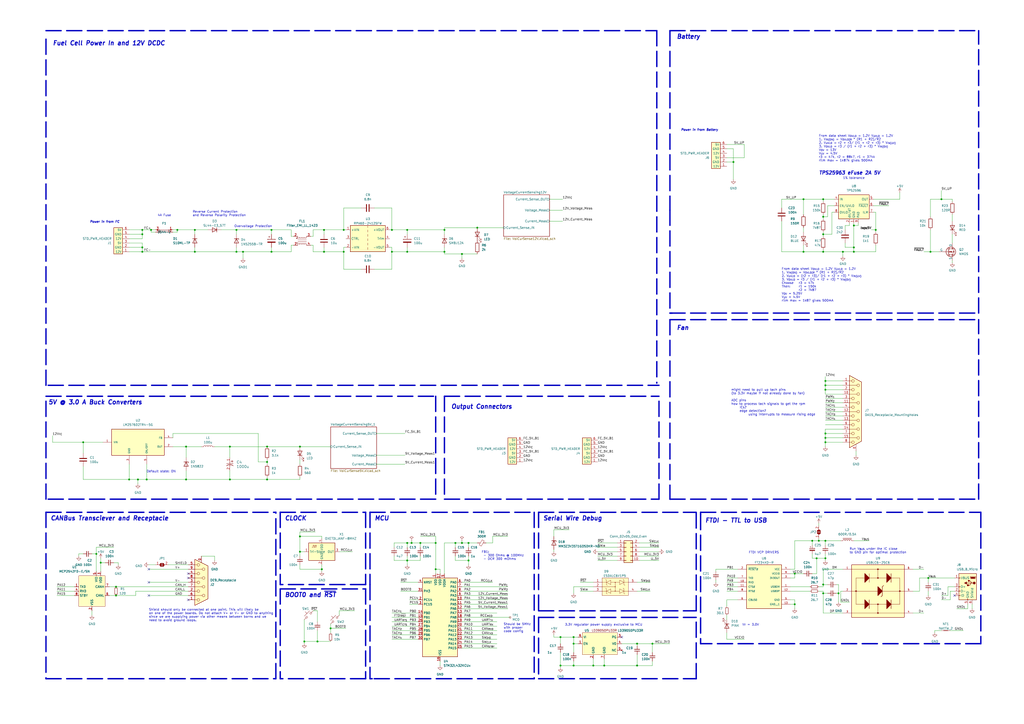
<source format=kicad_sch>
(kicad_sch (version 20230121) (generator eeschema)
  (paper "A2")
  (junction (at 58.42 326.39))
  (junction (at 471.17 313.69))
  (junction (at 137.16 146.05))
  (junction (at 67.31 340.36))
  (junction (at 176.53 372.11))
  (junction (at 332.74 386.08))
  (junction (at 478.79 220.98))
  (junction (at 495.3 130.81))
  (junction (at 466.09 115.57))
  (junction (at 271.78 325.12))
  (junction (at 267.97 147.32))
  (junction (at 173.99 320.04))
  (junction (at 508 133.35))
  (junction (at 85.09 278.13))
  (junction (at 187.96 133.35))
  (junction (at 238.76 314.96))
  (junction (at 495.3 146.05))
  (junction (at 477.52 146.05))
  (junction (at 80.01 278.13))
  (junction (at 486.41 344.17))
  (junction (at 74.93 278.13))
  (junction (at 466.09 146.05))
  (junction (at 173.99 259.08))
  (junction (at 425.45 93.98))
  (junction (at 344.17 386.08))
  (junction (at 87.63 133.35))
  (junction (at 461.01 332.74))
  (junction (at 474.98 313.69))
  (junction (at 67.31 345.44))
  (junction (at 252.73 330.2))
  (junction (at 113.03 146.05))
  (junction (at 227.33 146.05))
  (junction (at 378.46 373.38))
  (junction (at 199.39 133.35))
  (junction (at 173.99 311.15))
  (junction (at 82.55 146.05))
  (junction (at 236.22 325.12))
  (junction (at 477.52 135.89))
  (junction (at 325.12 386.08))
  (junction (at 276.86 132.08))
  (junction (at 477.52 115.57))
  (junction (at 546.1 115.57))
  (junction (at 157.48 146.05))
  (junction (at 227.33 133.35))
  (junction (at 82.55 133.35))
  (junction (at 133.35 259.08))
  (junction (at 187.96 146.05))
  (junction (at 369.57 373.38))
  (junction (at 107.95 278.13))
  (junction (at 82.55 135.89))
  (junction (at 82.55 143.51))
  (junction (at 478.79 226.06))
  (junction (at 332.74 369.57))
  (junction (at 184.15 372.11))
  (junction (at 478.79 323.85))
  (junction (at 350.52 386.08))
  (junction (at 236.22 314.96))
  (junction (at 133.35 278.13))
  (junction (at 473.71 323.85))
  (junction (at 369.57 386.08))
  (junction (at 55.88 321.31))
  (junction (at 236.22 146.05))
  (junction (at 538.48 335.28))
  (junction (at 236.22 133.35))
  (junction (at 477.52 344.17))
  (junction (at 478.79 313.69))
  (junction (at 186.69 330.2))
  (junction (at 157.48 133.35))
  (junction (at 539.75 146.05))
  (junction (at 478.79 223.52))
  (junction (at 267.97 314.96))
  (junction (at 325.12 369.57))
  (junction (at 271.78 314.96))
  (junction (at 252.73 314.96))
  (junction (at 243.84 314.96))
  (junction (at 102.87 133.35))
  (junction (at 191.77 364.49))
  (junction (at 264.16 314.96))
  (junction (at 48.26 256.54))
  (junction (at 461.01 350.52))
  (junction (at 478.79 251.46))
  (junction (at 113.03 133.35))
  (junction (at 257.81 133.35))
  (junction (at 478.79 256.54))
  (junction (at 495.3 143.51))
  (junction (at 137.16 133.35))
  (junction (at 257.81 146.05))
  (junction (at 154.94 259.08))
  (junction (at 199.39 146.05))
  (junction (at 478.79 254))
  (junction (at 140.97 146.05))
  (junction (at 488.95 146.05))
  (junction (at 332.74 373.38))
  (junction (at 477.52 339.09))
  (junction (at 477.52 125.73))
  (junction (at 107.95 259.08))
  (junction (at 154.94 278.13))
  (junction (at 154.94 267.97))
  (no_connect (at 109.22 335.28))
  (no_connect (at 553.72 345.44))
  (no_connect (at 86.36 345.44))
  (no_connect (at 109.22 332.74))
  (no_connect (at 86.36 337.82))
  (no_connect (at 86.36 330.2))
  (no_connect (at 109.22 347.98))
  (no_connect (at 360.68 369.57))
  (wire (pts (xy 321.31 318.77) (xy 321.31 320.04)))
  (wire (pts (xy 267.97 340.36) (xy 294.64 340.36)))
  (wire (pts (xy 209.55 120.65) (xy 199.39 120.65)))
  (wire (pts (xy 236.22 314.96) (xy 238.76 314.96)))
  (wire (pts (xy 33.02 340.36) (xy 43.18 340.36)))
  (wire (pts (xy 488.95 231.14) (xy 478.79 231.14)))
  (wire (pts (xy 173.99 330.2) (xy 186.69 330.2)))
  (wire (pts (xy 369.57 342.9) (xy 377.19 342.9)))
  (wire (pts (xy 236.22 325.12) (xy 243.84 325.12)))
  (wire (pts (xy 461.01 350.52) (xy 461.01 353.06)))
  (wire (pts (xy 173.99 266.7) (xy 173.99 269.24)))
  (wire (pts (xy 482.6 135.89) (xy 482.6 123.19)))
  (wire (pts (xy 344.17 386.08) (xy 350.52 386.08)))
  (wire (pts (xy 425.45 86.36) (xy 425.45 93.98)))
  (wire (pts (xy 529.59 330.2) (xy 535.94 330.2)))
  (wire (pts (xy 321.31 369.57) (xy 325.12 369.57)))
  (wire (pts (xy 227.33 368.3) (xy 242.57 368.3)))
  (wire (pts (xy 227.33 143.51) (xy 227.33 146.05)))
  (wire (pts (xy 360.68 373.38) (xy 369.57 373.38)))
  (wire (pts (xy 173.99 259.08) (xy 191.77 259.08)))
  (wire (pts (xy 461.01 313.69) (xy 461.01 330.2)))
  (polyline (pts (xy 214.63 297.18) (xy 309.88 297.18)) (stroke (width 0.8) (type dash)))
  (wire (pts (xy 87.63 133.35) (xy 90.17 133.35)))
  (wire (pts (xy 474.98 340.36) (xy 477.52 340.36)))
  (wire (pts (xy 257.81 132.08) (xy 276.86 132.08)))
  (wire (pts (xy 549.91 345.44) (xy 546.1 345.44)))
  (wire (pts (xy 495.3 313.69) (xy 504.19 313.69)))
  (wire (pts (xy 154.94 276.86) (xy 154.94 278.13)))
  (wire (pts (xy 227.33 370.84) (xy 242.57 370.84)))
  (wire (pts (xy 478.79 254) (xy 488.95 254)))
  (wire (pts (xy 217.17 120.65) (xy 227.33 120.65)))
  (wire (pts (xy 554.99 353.06) (xy 561.34 353.06)))
  (polyline (pts (xy 26.67 289.56) (xy 26.67 229.87)) (stroke (width 0.8) (type dash)))
  (polyline (pts (xy 212.09 393.7) (xy 162.56 393.7)) (stroke (width 0.8) (type dash)))
  (wire (pts (xy 346.71 320.04) (xy 358.14 320.04)))
  (wire (pts (xy 234.95 251.46) (xy 218.44 251.46)))
  (wire (pts (xy 553.72 342.9) (xy 551.18 342.9)))
  (wire (pts (xy 67.31 345.44) (xy 78.74 345.44)))
  (wire (pts (xy 226.06 143.51) (xy 227.33 143.51)))
  (wire (pts (xy 243.84 311.15) (xy 252.73 311.15)))
  (wire (pts (xy 477.52 344.17) (xy 477.52 342.9)))
  (wire (pts (xy 257.81 133.35) (xy 257.81 132.08)))
  (wire (pts (xy 157.48 143.51) (xy 157.48 146.05)))
  (wire (pts (xy 326.39 115.57) (xy 318.77 115.57)))
  (wire (pts (xy 90.17 134.62) (xy 87.63 134.62)))
  (wire (pts (xy 281.94 314.96) (xy 285.75 314.96)))
  (wire (pts (xy 346.71 314.96) (xy 358.14 314.96)))
  (wire (pts (xy 191.77 364.49) (xy 191.77 367.03)))
  (wire (pts (xy 227.33 363.22) (xy 242.57 363.22)))
  (wire (pts (xy 267.97 368.3) (xy 288.29 368.3)))
  (wire (pts (xy 350.52 386.08) (xy 369.57 386.08)))
  (wire (pts (xy 257.81 314.96) (xy 257.81 332.74)))
  (wire (pts (xy 490.22 130.81) (xy 492.76 130.81)))
  (wire (pts (xy 431.8 83.82) (xy 431.8 91.44)))
  (wire (pts (xy 458.47 335.28) (xy 461.01 335.28)))
  (polyline (pts (xy 26.67 17.78) (xy 381 17.78)) (stroke (width 0.8) (type dash)))
  (wire (pts (xy 506.73 115.57) (xy 521.97 115.57)))
  (wire (pts (xy 55.88 317.5) (xy 55.88 321.31)))
  (wire (pts (xy 474.98 303.53) (xy 474.98 304.8)))
  (wire (pts (xy 55.88 317.5) (xy 66.04 317.5)))
  (wire (pts (xy 267.97 147.32) (xy 276.86 147.32)))
  (wire (pts (xy 538.48 335.28) (xy 538.48 337.82)))
  (wire (pts (xy 154.94 278.13) (xy 173.99 278.13)))
  (polyline (pts (xy 381 17.78) (xy 381 222.25)) (stroke (width 0.8) (type dash)))
  (wire (pts (xy 486.41 339.09) (xy 486.41 344.17)))
  (wire (pts (xy 350.52 382.27) (xy 350.52 386.08)))
  (wire (pts (xy 478.79 241.3) (xy 488.95 241.3)))
  (wire (pts (xy 506.73 119.38) (xy 515.62 119.38)))
  (polyline (pts (xy 388.62 185.42) (xy 388.62 289.56)) (stroke (width 0.8) (type dash)))
  (wire (pts (xy 187.96 146.05) (xy 199.39 146.05)))
  (wire (pts (xy 539.75 115.57) (xy 539.75 125.73)))
  (wire (pts (xy 157.48 133.35) (xy 157.48 135.89)))
  (wire (pts (xy 533.4 342.9) (xy 529.59 342.9)))
  (wire (pts (xy 370.84 314.96) (xy 382.27 314.96)))
  (wire (pts (xy 236.22 133.35) (xy 236.22 135.89)))
  (wire (pts (xy 458.47 342.9) (xy 469.9 342.9)))
  (wire (pts (xy 124.46 322.58) (xy 116.84 322.58)))
  (wire (pts (xy 137.16 133.35) (xy 137.16 135.89)))
  (wire (pts (xy 124.46 259.08) (xy 133.35 259.08)))
  (wire (pts (xy 227.33 365.76) (xy 242.57 365.76)))
  (wire (pts (xy 421.64 347.98) (xy 421.64 351.79)))
  (wire (pts (xy 473.71 323.85) (xy 478.79 323.85)))
  (wire (pts (xy 477.52 146.05) (xy 488.95 146.05)))
  (wire (pts (xy 48.26 321.31) (xy 45.72 321.31)))
  (wire (pts (xy 546.1 110.49) (xy 546.1 115.57)))
  (wire (pts (xy 551.18 365.76) (xy 558.8 365.76)))
  (wire (pts (xy 243.84 314.96) (xy 252.73 314.96)))
  (wire (pts (xy 113.03 146.05) (xy 137.16 146.05)))
  (wire (pts (xy 332.74 383.54) (xy 332.74 386.08)))
  (wire (pts (xy 415.29 330.2) (xy 427.99 330.2)))
  (wire (pts (xy 490.22 130.81) (xy 490.22 133.35)))
  (wire (pts (xy 458.47 347.98) (xy 461.01 347.98)))
  (polyline (pts (xy 568.96 297.18) (xy 568.96 373.38)) (stroke (width 0.8) (type dash)))
  (wire (pts (xy 477.52 137.16) (xy 477.52 135.89)))
  (wire (pts (xy 196.85 354.33) (xy 205.74 354.33)))
  (wire (pts (xy 53.34 354.33) (xy 53.34 356.87)))
  (wire (pts (xy 252.73 330.2) (xy 255.27 330.2)))
  (wire (pts (xy 271.78 325.12) (xy 271.78 327.66)))
  (wire (pts (xy 477.52 344.17) (xy 477.52 355.6)))
  (wire (pts (xy 86.36 337.82) (xy 109.22 337.82)))
  (wire (pts (xy 508 142.24) (xy 508 146.05)))
  (wire (pts (xy 495.3 143.51) (xy 495.3 146.05)))
  (polyline (pts (xy 212.09 297.18) (xy 212.09 339.09)) (stroke (width 0.8) (type dash)))
  (polyline (pts (xy 312.42 297.18) (xy 312.42 354.33)) (stroke (width 0.8) (type dash)))
  (polyline (pts (xy 26.67 297.18) (xy 26.67 393.7)) (stroke (width 0.8) (type dash)))
  (wire (pts (xy 157.48 133.35) (xy 168.91 133.35)))
  (wire (pts (xy 549.91 340.36) (xy 549.91 345.44)))
  (wire (pts (xy 267.97 147.32) (xy 267.97 149.86)))
  (wire (pts (xy 321.31 307.34) (xy 321.31 311.15)))
  (wire (pts (xy 344.17 386.08) (xy 344.17 382.27)))
  (wire (pts (xy 336.55 337.82) (xy 344.17 337.82)))
  (wire (pts (xy 495.3 130.81) (xy 495.3 143.51)))
  (wire (pts (xy 325.12 386.08) (xy 325.12 387.35)))
  (wire (pts (xy 478.79 251.46) (xy 488.95 251.46)))
  (wire (pts (xy 508 123.19) (xy 508 133.35)))
  (wire (pts (xy 133.35 259.08) (xy 133.35 265.43)))
  (wire (pts (xy 461.01 332.74) (xy 466.09 332.74)))
  (wire (pts (xy 149.86 251.46) (xy 149.86 267.97)))
  (wire (pts (xy 471.17 313.69) (xy 471.17 316.23)))
  (wire (pts (xy 552.45 151.13) (xy 552.45 152.4)))
  (polyline (pts (xy 567.69 289.56) (xy 567.69 185.42)) (stroke (width 0.8) (type dash)))
  (wire (pts (xy 369.57 373.38) (xy 378.46 373.38)))
  (wire (pts (xy 474.98 342.9) (xy 477.52 342.9)))
  (wire (pts (xy 124.46 322.58) (xy 124.46 325.12)))
  (wire (pts (xy 252.73 332.74) (xy 252.73 330.2)))
  (wire (pts (xy 478.79 248.92) (xy 478.79 251.46)))
  (wire (pts (xy 538.48 342.9) (xy 538.48 345.44)))
  (wire (pts (xy 102.87 134.62) (xy 102.87 133.35)))
  (wire (pts (xy 453.39 115.57) (xy 466.09 115.57)))
  (wire (pts (xy 508 133.35) (xy 508 134.62)))
  (wire (pts (xy 321.31 368.3) (xy 321.31 369.57)))
  (wire (pts (xy 74.93 143.51) (xy 82.55 143.51)))
  (wire (pts (xy 157.48 146.05) (xy 168.91 146.05)))
  (polyline (pts (xy 403.86 354.33) (xy 403.86 297.18)) (stroke (width 0.8) (type dash)))
  (wire (pts (xy 267.97 360.68) (xy 288.29 360.68)))
  (polyline (pts (xy 312.42 358.14) (xy 403.86 358.14)) (stroke (width 0.8) (type dash)))
  (wire (pts (xy 521.97 111.76) (xy 521.97 115.57)))
  (wire (pts (xy 271.78 325.12) (xy 264.16 325.12)))
  (wire (pts (xy 113.03 146.05) (xy 113.03 143.51)))
  (wire (pts (xy 421.64 91.44) (xy 431.8 91.44)))
  (wire (pts (xy 477.52 339.09) (xy 477.52 340.36)))
  (wire (pts (xy 133.35 259.08) (xy 154.94 259.08)))
  (wire (pts (xy 227.33 355.6) (xy 242.57 355.6)))
  (wire (pts (xy 176.53 372.11) (xy 184.15 372.11)))
  (wire (pts (xy 471.17 323.85) (xy 473.71 323.85)))
  (polyline (pts (xy 214.63 393.7) (xy 215.9 393.7)) (stroke (width 0.8) (type dash)))
  (wire (pts (xy 107.95 259.08) (xy 107.95 265.43)))
  (wire (pts (xy 74.93 146.05) (xy 82.55 146.05)))
  (wire (pts (xy 458.47 350.52) (xy 461.01 350.52)))
  (wire (pts (xy 257.81 147.32) (xy 267.97 147.32)))
  (wire (pts (xy 478.79 220.98) (xy 488.95 220.98)))
  (wire (pts (xy 466.09 142.24) (xy 466.09 146.05)))
  (wire (pts (xy 488.95 146.05) (xy 488.95 148.59)))
  (polyline (pts (xy 406.4 298.45) (xy 406.4 373.38)) (stroke (width 0.8) (type dash)))
  (wire (pts (xy 318.77 128.27) (xy 326.39 128.27)))
  (wire (pts (xy 369.57 379.73) (xy 369.57 386.08)))
  (wire (pts (xy 187.96 133.35) (xy 187.96 135.89)))
  (wire (pts (xy 421.64 337.82) (xy 427.99 337.82)))
  (wire (pts (xy 276.86 132.08) (xy 292.1 132.08)))
  (wire (pts (xy 100.33 251.46) (xy 149.86 251.46)))
  (wire (pts (xy 488.95 146.05) (xy 495.3 146.05)))
  (wire (pts (xy 421.64 93.98) (xy 425.45 93.98)))
  (polyline (pts (xy 162.56 341.63) (xy 212.09 341.63)) (stroke (width 0.8) (type dash)))
  (wire (pts (xy 453.39 128.27) (xy 453.39 146.05)))
  (wire (pts (xy 80.01 278.13) (xy 74.93 278.13)))
  (wire (pts (xy 133.35 278.13) (xy 154.94 278.13)))
  (wire (pts (xy 369.57 386.08) (xy 378.46 386.08)))
  (wire (pts (xy 453.39 146.05) (xy 466.09 146.05)))
  (wire (pts (xy 74.93 269.24) (xy 74.93 278.13)))
  (polyline (pts (xy 212.09 341.63) (xy 212.09 393.7)) (stroke (width 0.8) (type dash)))
  (wire (pts (xy 173.99 311.15) (xy 173.99 320.04)))
  (wire (pts (xy 149.86 267.97) (xy 154.94 267.97)))
  (wire (pts (xy 168.91 142.24) (xy 170.18 142.24)))
  (wire (pts (xy 30.48 256.54) (xy 48.26 256.54)))
  (wire (pts (xy 477.52 124.46) (xy 477.52 125.73)))
  (wire (pts (xy 226.06 133.35) (xy 227.33 133.35)))
  (wire (pts (xy 264.16 314.96) (xy 267.97 314.96)))
  (wire (pts (xy 191.77 361.95) (xy 191.77 364.49)))
  (wire (pts (xy 236.22 133.35) (xy 257.81 133.35)))
  (wire (pts (xy 97.79 327.66) (xy 109.22 327.66)))
  (wire (pts (xy 478.79 316.23) (xy 478.79 313.69)))
  (polyline (pts (xy 403.86 393.7) (xy 403.86 358.14)) (stroke (width 0.8) (type dash)))
  (polyline (pts (xy 27.94 289.56) (xy 254 289.56)) (stroke (width 0.8) (type dash)))
  (wire (pts (xy 100.33 134.62) (xy 102.87 134.62)))
  (wire (pts (xy 252.73 314.96) (xy 252.73 330.2)))
  (wire (pts (xy 332.74 373.38) (xy 332.74 378.46)))
  (wire (pts (xy 267.97 370.84) (xy 288.29 370.84)))
  (wire (pts (xy 478.79 256.54) (xy 488.95 256.54)))
  (wire (pts (xy 227.33 360.68) (xy 242.57 360.68)))
  (polyline (pts (xy 382.27 289.56) (xy 382.27 229.87)) (stroke (width 0.8) (type dash)))
  (wire (pts (xy 176.53 359.41) (xy 176.53 372.11)))
  (wire (pts (xy 478.79 246.38) (xy 488.95 246.38)))
  (wire (pts (xy 267.97 353.06) (xy 294.64 353.06)))
  (wire (pts (xy 495.3 146.05) (xy 508 146.05)))
  (polyline (pts (xy 252.73 229.87) (xy 252.73 289.56)) (stroke (width 0.8) (type dash)))
  (polyline (pts (xy 312.42 297.18) (xy 403.86 297.18)) (stroke (width 0.8) (type dash)))
  (wire (pts (xy 415.29 330.2) (xy 415.29 331.47)))
  (wire (pts (xy 332.74 386.08) (xy 344.17 386.08)))
  (wire (pts (xy 458.47 340.36) (xy 469.9 340.36)))
  (polyline (pts (xy 312.42 354.33) (xy 403.86 354.33)) (stroke (width 0.8) (type dash)))
  (wire (pts (xy 82.55 133.35) (xy 87.63 133.35)))
  (wire (pts (xy 486.41 344.17) (xy 486.41 349.25)))
  (wire (pts (xy 85.09 269.24) (xy 85.09 278.13)))
  (wire (pts (xy 477.52 144.78) (xy 477.52 146.05)))
  (wire (pts (xy 186.69 327.66) (xy 186.69 330.2)))
  (wire (pts (xy 58.42 323.85) (xy 58.42 326.39)))
  (wire (pts (xy 173.99 327.66) (xy 173.99 330.2)))
  (wire (pts (xy 154.94 267.97) (xy 154.94 269.24)))
  (wire (pts (xy 228.6 314.96) (xy 228.6 317.5)))
  (wire (pts (xy 325.12 378.46) (xy 325.12 386.08)))
  (wire (pts (xy 378.46 373.38) (xy 388.62 373.38)))
  (wire (pts (xy 186.69 311.15) (xy 186.69 312.42)))
  (wire (pts (xy 86.36 330.2) (xy 109.22 330.2)))
  (wire (pts (xy 173.99 308.61) (xy 173.99 311.15)))
  (wire (pts (xy 271.78 314.96) (xy 271.78 317.5)))
  (polyline (pts (xy 312.42 358.14) (xy 312.42 393.7)) (stroke (width 0.8) (type dash)))
  (wire (pts (xy 478.79 321.31) (xy 478.79 323.85)))
  (wire (pts (xy 477.52 115.57) (xy 483.87 115.57)))
  (wire (pts (xy 264.16 317.5) (xy 264.16 314.96)))
  (wire (pts (xy 209.55 156.21) (xy 199.39 156.21)))
  (wire (pts (xy 477.52 116.84) (xy 477.52 115.57)))
  (wire (pts (xy 346.71 317.5) (xy 358.14 317.5)))
  (wire (pts (xy 102.87 133.35) (xy 113.03 133.35)))
  (wire (pts (xy 181.61 133.35) (xy 181.61 137.16)))
  (wire (pts (xy 140.97 146.05) (xy 140.97 149.86)))
  (wire (pts (xy 505.46 133.35) (xy 508 133.35)))
  (wire (pts (xy 487.68 342.9) (xy 487.68 349.25)))
  (wire (pts (xy 257.81 146.05) (xy 257.81 147.32)))
  (wire (pts (xy 80.01 278.13) (xy 80.01 280.67)))
  (wire (pts (xy 58.42 326.39) (xy 58.42 331.47)))
  (wire (pts (xy 196.85 354.33) (xy 196.85 356.87)))
  (wire (pts (xy 87.63 134.62) (xy 87.63 133.35)))
  (wire (pts (xy 63.5 345.44) (xy 67.31 345.44)))
  (wire (pts (xy 478.79 248.92) (xy 488.95 248.92)))
  (wire (pts (xy 30.48 252.73) (xy 30.48 256.54)))
  (wire (pts (xy 184.15 372.11) (xy 191.77 372.11)))
  (wire (pts (xy 82.55 138.43) (xy 82.55 135.89)))
  (polyline (pts (xy 567.69 181.61) (xy 567.69 17.78)) (stroke (width 0.8) (type dash)))
  (wire (pts (xy 285.75 311.15) (xy 294.64 311.15)))
  (wire (pts (xy 181.61 146.05) (xy 187.96 146.05)))
  (wire (pts (xy 421.64 335.28) (xy 427.99 335.28)))
  (wire (pts (xy 485.14 344.17) (xy 486.41 344.17)))
  (wire (pts (xy 321.31 307.34) (xy 330.2 307.34)))
  (wire (pts (xy 551.18 347.98) (xy 546.1 347.98)))
  (wire (pts (xy 187.96 133.35) (xy 199.39 133.35)))
  (wire (pts (xy 478.79 236.22) (xy 488.95 236.22)))
  (wire (pts (xy 53.34 321.31) (xy 55.88 321.31)))
  (wire (pts (xy 227.33 156.21) (xy 227.33 146.05)))
  (wire (pts (xy 227.33 146.05) (xy 236.22 146.05)))
  (wire (pts (xy 74.93 133.35) (xy 82.55 133.35)))
  (wire (pts (xy 325.12 369.57) (xy 325.12 373.38)))
  (wire (pts (xy 45.72 321.31) (xy 45.72 322.58)))
  (wire (pts (xy 483.87 119.38) (xy 480.06 119.38)))
  (wire (pts (xy 533.4 335.28) (xy 533.4 342.9)))
  (wire (pts (xy 257.81 314.96) (xy 264.16 314.96)))
  (wire (pts (xy 471.17 313.69) (xy 474.98 313.69)))
  (wire (pts (xy 539.75 146.05) (xy 544.83 146.05)))
  (wire (pts (xy 133.35 278.13) (xy 107.95 278.13)))
  (wire (pts (xy 488.95 228.6) (xy 478.79 228.6)))
  (wire (pts (xy 181.61 142.24) (xy 181.61 146.05)))
  (wire (pts (xy 100.33 133.35) (xy 102.87 133.35)))
  (wire (pts (xy 478.79 223.52) (xy 478.79 220.98)))
  (wire (pts (xy 74.93 138.43) (xy 82.55 138.43)))
  (wire (pts (xy 264.16 322.58) (xy 264.16 325.12)))
  (wire (pts (xy 378.46 386.08) (xy 378.46 383.54)))
  (wire (pts (xy 271.78 322.58) (xy 271.78 325.12)))
  (polyline (pts (xy 26.67 223.52) (xy 26.67 20.32)) (stroke (width 0.8) (type dash)))
  (wire (pts (xy 255.27 330.2) (xy 255.27 332.74)))
  (wire (pts (xy 200.66 143.51) (xy 199.39 143.51)))
  (wire (pts (xy 82.55 140.97) (xy 82.55 143.51)))
  (wire (pts (xy 369.57 373.38) (xy 369.57 374.65)))
  (wire (pts (xy 552.45 128.27) (xy 552.45 124.46)))
  (wire (pts (xy 236.22 146.05) (xy 257.81 146.05)))
  (wire (pts (xy 267.97 355.6) (xy 288.29 355.6)))
  (wire (pts (xy 461.01 313.69) (xy 471.17 313.69)))
  (polyline (pts (xy 162.56 297.18) (xy 212.09 297.18)) (stroke (width 0.8) (type dash)))
  (wire (pts (xy 458.47 330.2) (xy 461.01 330.2)))
  (wire (pts (xy 237.49 347.98) (xy 242.57 347.98)))
  (wire (pts (xy 107.95 259.08) (xy 116.84 259.08)))
  (polyline (pts (xy 568.96 373.38) (xy 406.4 373.38)) (stroke (width 0.8) (type dash)))
  (wire (pts (xy 228.6 314.96) (xy 236.22 314.96)))
  (wire (pts (xy 236.22 314.96) (xy 236.22 317.5)))
  (wire (pts (xy 267.97 375.92) (xy 288.29 375.92)))
  (wire (pts (xy 168.91 142.24) (xy 168.91 146.05)))
  (wire (pts (xy 243.84 314.96) (xy 243.84 317.5)))
  (wire (pts (xy 100.33 259.08) (xy 107.95 259.08)))
  (wire (pts (xy 478.79 325.12) (xy 478.79 323.85)))
  (wire (pts (xy 154.94 259.08) (xy 173.99 259.08)))
  (wire (pts (xy 238.76 313.69) (xy 238.76 314.96)))
  (wire (pts (xy 199.39 156.21) (xy 199.39 146.05)))
  (wire (pts (xy 346.71 322.58) (xy 358.14 322.58)))
  (wire (pts (xy 461.01 332.74) (xy 461.01 335.28)))
  (wire (pts (xy 495.3 130.81) (xy 497.84 130.81)))
  (wire (pts (xy 173.99 320.04) (xy 176.53 320.04)))
  (polyline (pts (xy 214.63 297.18) (xy 214.63 339.09)) (stroke (width 0.8) (type dash)))
  (polyline (pts (xy 388.62 17.78) (xy 567.69 17.78)) (stroke (width 0.8) (type dash)))
  (polyline (pts (xy 388.62 181.61) (xy 567.69 181.61)) (stroke (width 0.8) (type dash)))
  (wire (pts (xy 243.84 322.58) (xy 243.84 325.12)))
  (wire (pts (xy 173.99 276.86) (xy 173.99 278.13)))
  (wire (pts (xy 466.09 115.57) (xy 466.09 124.46)))
  (wire (pts (xy 478.79 238.76) (xy 488.95 238.76)))
  (wire (pts (xy 508 123.19) (xy 506.73 123.19)))
  (wire (pts (xy 346.71 325.12) (xy 358.14 325.12)))
  (wire (pts (xy 421.64 367.03) (xy 421.64 370.84)))
  (wire (pts (xy 78.74 342.9) (xy 109.22 342.9)))
  (wire (pts (xy 74.93 140.97) (xy 82.55 140.97)))
  (wire (pts (xy 78.74 345.44) (xy 78.74 342.9)))
  (wire (pts (xy 421.64 342.9) (xy 427.99 342.9)))
  (wire (pts (xy 466.09 146.05) (xy 477.52 146.05)))
  (wire (pts (xy 477.52 330.2) (xy 488.95 330.2)))
  (wire (pts (xy 257.81 146.05) (xy 257.81 143.51)))
  (wire (pts (xy 453.39 115.57) (xy 453.39 120.65)))
  (wire (pts (xy 82.55 143.51) (xy 82.55 146.05)))
  (wire (pts (xy 421.64 356.87) (xy 421.64 359.41)))
  (wire (pts (xy 55.88 321.31) (xy 55.88 331.47)))
  (wire (pts (xy 552.45 135.89) (xy 552.45 140.97)))
  (wire (pts (xy 478.79 226.06) (xy 488.95 226.06)))
  (wire (pts (xy 461.01 332.74) (xy 458.47 332.74)))
  (wire (pts (xy 549.91 340.36) (xy 553.72 340.36)))
  (wire (pts (xy 495.3 130.81) (xy 495.3 129.54)))
  (polyline (pts (xy 27.94 289.56) (xy 29.21 289.56)))
  (wire (pts (xy 133.35 273.05) (xy 133.35 278.13)))
  (wire (pts (xy 471.17 321.31) (xy 471.17 323.85)))
  (wire (pts (xy 370.84 322.58) (xy 382.27 322.58)))
  (wire (pts (xy 228.6 322.58) (xy 228.6 325.12)))
  (wire (pts (xy 369.57 337.82) (xy 377.19 337.82)))
  (wire (pts (xy 421.64 83.82) (xy 431.8 83.82)))
  (wire (pts (xy 267.97 313.69) (xy 267.97 314.96)))
  (wire (pts (xy 276.86 314.96) (xy 271.78 314.96)))
  (polyline (pts (xy 257.81 229.87) (xy 382.27 229.87)) (stroke (width 0.8) (type dash)))
  (wire (pts (xy 68.58 326.39) (xy 66.04 326.39)))
  (wire (pts (xy 184.15 360.68) (xy 184.15 354.33)))
  (wire (pts (xy 496.57 261.62) (xy 496.57 264.16)))
  (wire (pts (xy 332.74 369.57) (xy 332.74 373.38)))
  (wire (pts (xy 137.16 146.05) (xy 140.97 146.05)))
  (wire (pts (xy 421.64 370.84) (xy 431.8 370.84)))
  (polyline (pts (xy 26.67 393.7) (xy 160.02 393.7)) (stroke (width 0.8) (type dash)))
  (wire (pts (xy 58.42 326.39) (xy 60.96 326.39)))
  (wire (pts (xy 82.55 133.35) (xy 82.55 135.89)))
  (wire (pts (xy 137.16 133.35) (xy 157.48 133.35)))
  (wire (pts (xy 218.44 264.16) (xy 234.95 264.16)))
  (wire (pts (xy 480.06 119.38) (xy 480.06 125.73)))
  (wire (pts (xy 477.52 125.73) (xy 477.52 127)))
  (wire (pts (xy 107.95 273.05) (xy 107.95 278.13)))
  (wire (pts (xy 478.79 223.52) (xy 488.95 223.52)))
  (wire (pts (xy 267.97 347.98) (xy 294.64 347.98)))
  (wire (pts (xy 227.33 358.14) (xy 242.57 358.14)))
  (wire (pts (xy 82.55 135.89) (xy 74.93 135.89)))
  (wire (pts (xy 180.34 142.24) (xy 181.61 142.24)))
  (wire (pts (xy 267.97 363.22) (xy 288.29 363.22)))
  (wire (pts (xy 553.72 335.28) (xy 538.48 335.28)))
  (wire (pts (xy 561.34 350.52) (xy 561.34 353.06)))
  (wire (pts (xy 228.6 325.12) (xy 236.22 325.12)))
  (wire (pts (xy 332.74 369.57) (xy 335.28 369.57)))
  (wire (pts (xy 242.57 342.9) (xy 232.41 342.9)))
  (wire (pts (xy 482.6 123.19) (xy 483.87 123.19)))
  (polyline (pts (xy 309.88 393.7) (xy 214.63 393.7)) (stroke (width 0.8) (type dash)))
  (wire (pts (xy 478.79 254) (xy 478.79 256.54)))
  (wire (pts (xy 336.55 342.9) (xy 344.17 342.9)))
  (wire (pts (xy 48.26 256.54) (xy 59.69 256.54)))
  (wire (pts (xy 477.52 125.73) (xy 480.06 125.73)))
  (wire (pts (xy 85.09 278.13) (xy 107.95 278.13)))
  (wire (pts (xy 196.85 320.04) (xy 204.47 320.04)))
  (polyline (pts (xy 162.56 341.63) (xy 162.56 393.7)) (stroke (width 0.8) (type dash)))
  (polyline (pts (xy 160.02 393.7) (xy 160.02 297.18)) (stroke (width 0.8) (type dash)))
  (wire (pts (xy 267.97 350.52) (xy 294.64 350.52)))
  (wire (pts (xy 325.12 386.08) (xy 332.74 386.08)))
  (wire (pts (xy 478.79 251.46) (xy 478.79 254)))
  (wire (pts (xy 267.97 365.76) (xy 288.29 365.76)))
  (wire (pts (xy 487.68 342.9) (xy 488.95 342.9)))
  (wire (pts (xy 176.53 373.38) (xy 176.53 372.11)))
  (wire (pts (xy 199.39 120.65) (xy 199.39 133.35)))
  (wire (pts (xy 186.69 311.15) (xy 173.99 311.15)))
  (wire (pts (xy 285.75 311.15) (xy 285.75 314.96)))
  (wire (pts (xy 181.61 354.33) (xy 184.15 354.33)))
  (wire (pts (xy 478.79 243.84) (xy 488.95 243.84)))
  (wire (pts (xy 563.88 350.52) (xy 563.88 353.06)))
  (wire (pts (xy 113.03 133.35) (xy 113.03 135.89)))
  (wire (pts (xy 200.66 133.35) (xy 199.39 133.35)))
  (wire (pts (xy 168.91 137.16) (xy 170.18 137.16)))
  (wire (pts (xy 466.09 132.08) (xy 466.09 134.62)))
  (wire (pts (xy 473.71 332.74) (xy 473.71 323.85)))
  (polyline (pts (xy 388.62 185.42) (xy 567.69 185.42)) (stroke (width 0.8) (type dash)))
  (wire (pts (xy 255.27 383.54) (xy 255.27 386.08)))
  (polyline (pts (xy 388.62 121.92) (xy 388.62 181.61)) (stroke (width 0.8) (type dash)))
  (wire (pts (xy 542.29 365.76) (xy 542.29 367.03)))
  (wire (pts (xy 318.77 121.92) (xy 326.39 121.92)))
  (wire (pts (xy 128.27 133.35) (xy 137.16 133.35)))
  (wire (pts (xy 267.97 373.38) (xy 288.29 373.38)))
  (wire (pts (xy 82.55 146.05) (xy 113.03 146.05)))
  (wire (pts (xy 477.52 355.6) (xy 488.95 355.6)))
  (wire (pts (xy 552.45 115.57) (xy 552.45 116.84)))
  (wire (pts (xy 113.03 133.35) (xy 120.65 133.35)))
  (wire (pts (xy 461.01 347.98) (xy 461.01 350.52)))
  (wire (pts (xy 474.98 313.69) (xy 478.79 313.69)))
  (wire (pts (xy 86.36 345.44) (xy 109.22 345.44)))
  (wire (pts (xy 33.02 345.44) (xy 43.18 345.44)))
  (wire (pts (xy 421.64 86.36) (xy 425.45 86.36)))
  (polyline (pts (xy 406.4 297.18) (xy 406.4 298.45)) (stroke (width 0.8) (type dash)))
  (wire (pts (xy 370.84 320.04) (xy 382.27 320.04)))
  (wire (pts (xy 370.84 317.5) (xy 382.27 317.5)))
  (wire (pts (xy 236.22 322.58) (xy 236.22 325.12)))
  (wire (pts (xy 490.22 143.51) (xy 495.3 143.51)))
  (wire (pts (xy 181.61 133.35) (xy 187.96 133.35)))
  (wire (pts (xy 237.49 350.52) (xy 242.57 350.52)))
  (polyline (pts (xy 257.81 229.87) (xy 257.81 289.56)) (stroke (width 0.8) (type dash)))
  (wire (pts (xy 478.79 226.06) (xy 478.79 223.52)))
  (polyline (pts (xy 312.42 393.7) (xy 403.86 393.7)) (stroke (width 0.8) (type dash)))
  (wire (pts (xy 421.64 340.36) (xy 427.99 340.36)))
  (wire (pts (xy 490.22 140.97) (xy 490.22 143.51)))
  (wire (pts (xy 267.97 345.44) (xy 294.64 345.44)))
  (wire (pts (xy 137.16 143.51) (xy 137.16 146.05)))
  (wire (pts (xy 546.1 365.76) (xy 542.29 365.76)))
  (wire (pts (xy 477.52 330.2) (xy 477.52 339.09)))
  (wire (pts (xy 236.22 325.12) (xy 236.22 327.66)))
  (wire (pts (xy 492.76 130.81) (xy 492.76 129.54)))
  (wire (pts (xy 551.18 342.9) (xy 551.18 347.98)))
  (wire (pts (xy 267.97 314.96) (xy 271.78 314.96)))
  (polyline (pts (xy 26.67 297.18) (xy 160.02 297.18)) (stroke (width 0.8) (type dash)))
  (polyline (pts (xy 406.4 297.18) (xy 568.96 297.18)) (stroke (width 0.8) (type dash)))
  (wire (pts (xy 100.33 251.46) (xy 100.33 254)))
  (polyline (pts (xy 212.09 339.09) (xy 162.56 339.09)) (stroke (width 0.8) (type dash)))
  (polyline (pts (xy 214.63 339.09) (xy 214.63 393.7)) (stroke (width 0.8) (type dash)))
  (wire (pts (xy 477.52 344.17) (xy 480.06 344.17)))
  (wire (pts (xy 227.33 133.35) (xy 236.22 133.35)))
  (wire (pts (xy 48.26 270.51) (xy 48.26 278.13)))
  (wire (pts (xy 539.75 133.35) (xy 539.75 146.05)))
  (wire (pts (xy 252.73 311.15) (xy 252.73 314.96)))
  (wire (pts (xy 477.52 339.09) (xy 480.06 339.09)))
  (wire (pts (xy 325.12 369.57) (xy 332.74 369.57)))
  (wire (pts (xy 535.94 146.05) (xy 539.75 146.05)))
  (wire (pts (xy 154.94 266.7) (xy 154.94 267.97)))
  (wire (pts (xy 173.99 308.61) (xy 182.88 308.61)))
  (wire (pts (xy 267.97 358.14) (xy 295.91 358.14)))
  (polyline (pts (xy 26.67 229.87) (xy 252.73 229.87)) (stroke (width 0.8) (type dash)))
  (wire (pts (xy 478.79 313.69) (xy 487.68 313.69)))
  (wire (pts (xy 538.48 335.28) (xy 533.4 335.28)))
  (polyline (pts (xy 162.56 297.18) (xy 162.56 339.09)) (stroke (width 0.8) (type dash)))
  (wire (pts (xy 370.84 325.12) (xy 382.27 325.12)))
  (wire (pts (xy 478.79 233.68) (xy 488.95 233.68)))
  (wire (pts (xy 485.14 339.09) (xy 486.41 339.09)))
  (wire (pts (xy 332.74 373.38) (xy 335.28 373.38)))
  (wire (pts (xy 184.15 365.76) (xy 184.15 372.11)))
  (wire (pts (xy 267.97 337.82) (xy 285.75 337.82)))
  (wire (pts (xy 478.79 256.54) (xy 478.79 259.08)))
  (wire (pts (xy 344.17 340.36) (xy 332.74 340.36)))
  (wire (pts (xy 497.84 130.81) (xy 497.84 129.54)))
  (wire (pts (xy 217.17 156.21) (xy 227.33 156.21)))
  (wire (pts (xy 477.52 135.89) (xy 482.6 135.89)))
  (wire (pts (xy 74.93 278.13) (xy 48.26 278.13)))
  (wire (pts (xy 378.46 373.38) (xy 378.46 378.46)))
  (wire (pts (xy 68.58 326.39) (xy 68.58 327.66)))
  (wire (pts (xy 529.59 355.6) (xy 535.94 355.6)))
  (polyline (pts (xy 257.81 289.56) (xy 382.27 289.56)) (stroke (width 0.8) (type dash)))
  (wire (pts (xy 67.31 340.36) (xy 109.22 340.36)))
  (wire (pts (xy 421.64 347.98) (xy 427.99 347.98)))
  (wire (pts (xy 477.52 135.89) (xy 477.52 134.62)))
  (wire (pts (xy 257.81 133.35) (xy 257.81 135.89)))
  (wire (pts (xy 173.99 320.04) (xy 173.99 322.58)))
  (wire (pts (xy 33.02 342.9) (xy 43.18 342.9)))
  (wire (pts (xy 48.26 256.54) (xy 48.26 262.89)))
  (wire (pts (xy 478.79 218.44) (xy 478.79 220.98)))
  (wire (pts (xy 415.29 336.55) (xy 415.29 337.82)))
  (wire (pts (xy 487.68 349.25) (xy 492.76 349.25)))
  (wire (pts (xy 332.74 340.36) (xy 332.74 344.17)))
  (polyline (pts (xy 388.62 289.56) (xy 567.69 289.56)) (stroke (width 0.8) (type dash)))
  (wire (pts (xy 478.79 228.6) (xy 478.79 226.06)))
  (wire (pts (xy 232.41 337.82) (xy 242.57 337.82)))
  (polyline (pts (xy 27.94 223.52) (xy 382.27 223.52)) (stroke (width 0.8) (type dash)))
  (wire (pts (xy 140.97 146.05) (xy 157.48 146.05)))
  (wire (pts (xy 267.97 342.9) (xy 294.64 342.9)))
  (wire (pts (xy 546.1 115.57) (xy 552.45 115.57)))
  (wire (pts (xy 471.17 332.74) (xy 473.71 332.74)))
  (polyline (pts (xy 388.62 181.61) (xy 389.89 181.61)) (stroke (width 0.8) (type dash)))
  (wire (pts (xy 466.09 115.57) (xy 477.52 115.57)))
  (wire (pts (xy 186.69 330.2) (xy 186.69 331.47)))
  (polyline (pts (xy 388.62 17.78) (xy 388.62 121.92)) (stroke (width 0.8) (type dash)))
  (wire (pts (xy 227.33 120.65) (xy 227.33 133.35)))
  (wire (pts (xy 86.36 327.66) (xy 90.17 327.66)))
  (wire (pts (xy 80.01 278.13) (xy 85.09 278.13)))
  (wire (pts (xy 238.76 314.96) (xy 243.84 314.96)))
  (wire (pts (xy 474.98 312.42) (xy 474.98 313.69)))
  (wire (pts (xy 180.34 137.16) (xy 181.61 137.16)))
  (wire (pts (xy 187.96 143.51) (xy 187.96 146.05)))
  (wire (pts (xy 191.77 364.49) (xy 200.66 364.49)))
  (wire (pts (xy 168.91 133.35) (xy 168.91 137.16)))
  (wire (pts (xy 199.39 143.51) (xy 199.39 146.05)))
  (wire (pts (xy 218.44 269.24) (xy 234.95 269.24)))
  (wire (pts (xy 63.5 340.36) (xy 67.31 340.36)))
  (wire (pts (xy 425.45 93.98) (xy 425.45 104.14)))
  (wire (pts (xy 539.75 115.57) (xy 546.1 115.57)))
  (polyline (pts (xy 309.88 297.18) (xy 309.88 393.7)) (stroke (width 0.8) (type dash)))
  (wire (pts (xy 236.22 143.51) (xy 236.22 146.05)))
  (text "CANBus Transciever and Receptacle" (at 29.21 302.26 0) (effects (font (size 2.5 2.5) (thickness 0.5) bold italic) (justify left bottom)))
  (text "5V @ 3.0 A Buck Converters\n" (at 27.94 234.95 0) (effects (font (size 2.5 2.5) (thickness 0.5) bold italic) (justify left bottom)))
  (text "TPS25963 eFuse 2A 5V" (at 474.98 101.6 0) (effects (font (size 2 2) (thickness 0.4) bold italic) (justify left bottom)))
  (text "Shield should only be connected at one point. This will likely be\non one of the power boards. Do not attach V+ or V- or GND to anything\nsince we are supplying power via other means between borns and we \nneed to avoid ground loops." (at 86.36 360.68 0) (effects (font (size 1.27 1.27)) (justify left bottom)))
  (text "Run V_{BUS} under the IC close\nto GND pin for optimal protection" (at 492.76 321.31 0) (effects (font (size 1.27 1.27)) (justify left bottom)))
  (text "Output Connectors\n" (at 261.62 237.49 0) (effects (font (size 2.5 2.5) (thickness 0.5) bold italic) (justify left bottom)))
  (text "From data sheet V_{OVLO} = 1.2V V_{UVLO} = 1.2V\n1. V_{IN(ON)} = V_{OVLO(R} * (R1 + R2)/R2\n2. V_{UVLO} = (r2 + r3)/ (r1 + r2 + r3) * V_{IN(UV)} \n3. V_{OVLO} = r3 / (r1 + r2 + r3) * V_{IN(OV)}\nChoose 	r3 = 47k\nThen: 	r1 = 150k\n		r2 = 7k87\nV_{OV} = 5.25V \nV_{UV} = 4.5V \nrilm max = 1k87 gives 500mA" (at 453.39 175.26 0) (effects (font (size 1.27 1.27)) (justify left bottom)))
  (text "FTDI VCP DRIVERS" (at 434.34 321.31 0) (effects (font (size 1.27 1.27)) (justify left bottom)))
  (text "Serial Wire Debug" (at 314.96 302.26 0) (effects (font (size 2.5 2.5) (thickness 0.5) bold italic) (justify left bottom)))
  (text "Reverse Current Protection\nand Reverse Polarity Protection" (at 111.76 125.73 0) (effects (font (size 1.27 1.27)) (justify left bottom)))
  (text "BOOT0 and ~{RST}" (at 165.1 346.71 0) (effects (font (size 2.5 2.5) (thickness 0.5) bold italic) (justify left bottom)))
  (text "Should be 5MHz\nwith proper\ncode config" (at 292.1 367.03 0) (effects (font (size 1.27 1.27)) (justify left bottom)))
  (text "Power in from Battery" (at 394.97 76.2 0) (effects (font (size 1.27 1.27) (thickness 0.254) bold italic) (justify left bottom)))
  (text "DOUBLE CHECK THE PINS FOR TACHS and PWM FOR FAN" (at 172.72 439.42 0) (effects (font (size 10 10)) (justify left bottom)))
  (text "FTDI - TTL to USB" (at 408.94 303.53 0) (effects (font (size 2.5 2.5) (thickness 0.5) bold italic) (justify left bottom)))
  (text "Battery\n" (at 392.43 22.86 0) (effects (font (size 2.5 2.5) (thickness 0.5) bold italic) (justify left bottom)))
  (text "FB1:\n - 300 Ohms @ 100MHz\n - DCR 300 mOhms" (at 279.4 325.12 0) (effects (font (size 1.27 1.27)) (justify left bottom)))
  (text "MCU" (at 217.17 302.26 0) (effects (font (size 2.5 2.5) (thickness 0.5) bold italic) (justify left bottom)))
  (text "4A Fuse" (at 91.44 125.73 0) (effects (font (size 1.27 1.27)) (justify left bottom)))
  (text "Overvoltage Protection\n" (at 135.89 132.08 0) (effects (font (size 1.27 1.27)) (justify left bottom)))
  (text "CLOCK" (at 165.1 302.26 0) (effects (font (size 2.5 2.5) (thickness 0.5) bold italic) (justify left bottom)))
  (text "Fuel Cell Power In and 12V DCDC" (at 30.48 26.67 0) (effects (font (size 2.5 2.5) (thickness 0.5) bold italic) (justify left bottom)))
  (text "3.3V regulator power supply exclusive to MCU" (at 327.66 363.22 0) (effects (font (size 1.27 1.27)) (justify left bottom)))
  (text "Fan\n" (at 392.43 191.77 0) (effects (font (size 2.5 2.5) (thickness 0.5) bold italic) (justify left bottom)))
  (text "Power in from FC" (at 52.07 129.54 0) (effects (font (size 1.27 1.27) (thickness 0.254) bold italic) (justify left bottom)))
  (text "might need to pull up tach pins \n(to 3.3V maybe if not already done by fan)\n\nADC pins\nhow to process tach signals to get the rpm\n	ICs?\n	edge detection? \n		using interrupts to measure rising edge" (at 424.18 241.3 0) (effects (font (size 1.27 1.27)) (justify left bottom)))
  (text "Default state: ON\n" (at 85.09 274.32 0) (effects (font (size 1.27 1.27)) (justify left bottom)))
  (text "V_{F} = 3.0V" (at 430.53 363.22 0) (effects (font (size 1.27 1.27)) (justify left bottom)))
  (text "From data sheet V_{OVLO} = 1.2V V_{UVLO} = 1.2V\n1. V_{IN(ON)} = V_{OVLO(R} * (R1 + R2)/R2\n2. V_{UVLO} = r2 + r3/ (r1 + r2 + r3) * V_{IN(UV)} \n3. V_{OVLO} = r3 / (r1 + r2 + r3) * V_{IN(OV)}\nV_{OV} = 13V\nV_{UV} = 4.5V\nr3 = 47k, r2 = 88k7, r1 = 374k\nrilm max = 1k87k gives 500mA" (at 474.98 93.98 0) (effects (font (size 1.27 1.27)) (justify left bottom)))
  (text "1% tolerance" (at 488.95 104.14 0) (effects (font (size 1.27 1.27)) (justify left bottom)))
  (label "TACH_{4}" (at 478.79 243.84 0))
  (label "TACH_{1}" (at 478.79 236.22 0))
  (label "TACH_{2}" (at 227.33 365.76 0))
  (label "12V_{FC}" (at 478.79 218.44 0))
  (label "DP" (at 481.33 355.6 0))
  (label "FC_5V_B1" (at 303.53 262.89 0))
  (label "PWM_{2}" (at 294.64 342.9 180))
  (label "PA15" (at 269.24 375.92 0))
  (label "PA0" (at 269.24 337.82 0))
  (label "MCU_3V3" (at 243.84 311.15 0))
  (label "GND" (at 101.6 345.44 0))
  (label "5V_UP" (at 431.8 83.82 180))
  (label "PA6" (at 269.24 353.06 0))
  (label "TACH_{3}" (at 478.79 241.3 0))
  (label "PA10" (at 421.64 335.28 0))
  (label "PA13" (at 269.24 370.84 0))
  (label "PB4" (at 237.49 363.22 0))
  (label "SHIELD" (at 101.6 327.66 0))
  (label "MCU_3V3" (at 388.62 373.38 180))
  (label "TACH_{4}" (at 227.33 370.84 0))
  (label "PA9" (at 421.64 337.82 0))
  (label "FC_5V_B1" (at 346.71 255.27 0))
  (label "RCC_{MCO}" (at 285.75 358.14 180))
  (label "SW_{CLK}" (at 382.27 314.96 180))
  (label "VCCIO" (at 431.8 370.84 180))
  (label "GND" (at 346.71 265.43 0))
  (label "PA4" (at 269.24 347.98 0))
  (label "PB3" (at 421.64 340.36 0))
  (label "CAN_H" (at 101.6 340.36 0))
  (label "12V_{FC}" (at 303.53 267.97 0))
  (label "~{FAULT}" (at 535.94 146.05 180) (effects (font bold italic)))
  (label "5V_Current_Meas1" (at 294.64 350.52 180))
  (label "12V_{FC}" (at 346.71 260.35 0))
  (label "12V_{FC}" (at 326.39 115.57 0))
  (label "MCU_3V3" (at 205.74 354.33 180))
  (label "~{RST}" (at 336.55 337.82 0))
  (label "TACH_{2}" (at 478.79 238.76 0))
  (label "PA11" (at 269.24 365.76 0))
  (label "~{RST}" (at 232.41 337.82 0))
  (label "PA3" (at 269.24 345.44 0))
  (label "PWM_{2}" (at 478.79 233.68 0))
  (label "FC_5V_B1" (at 346.71 262.89 0))
  (label "RCC_{CLK}" (at 204.47 320.04 180))
  (label "UART_{RTS}" (at 228.6 360.68 0))
  (label "V_{BUS}" (at 504.19 313.69 180))
  (label "PA2" (at 269.24 342.9 0))
  (label "UART_{CTS}" (at 228.6 363.22 0))
  (label "FC+" (at 87.63 133.35 180))
  (label "PA14" (at 269.24 373.38 0))
  (label "UART_{TX}" (at 279.4 360.68 0))
  (label "CAN_{TXD}" (at 279.4 368.3 0))
  (label "MCU_3V3" (at 346.71 322.58 0))
  (label "MCU_3V3" (at 330.2 307.34 180))
  (label "PA10" (at 269.24 363.22 0))
  (label "PB3" (at 237.49 360.68 0))
  (label "D-" (at 535.94 330.2 180))
  (label "5V_Current_Meas1" (at 234.95 269.24 0))
  (label "PWM_{1}" (at 478.79 231.14 0))
  (label "CAN_L" (at 101.6 342.9 0))
  (label "12V_Current_Meas" (at 294.64 345.44 180))
  (label "SW_{IM}" (at 346.71 317.5 0))
  (label "PA7" (at 269.24 355.6 0))
  (label "PB1" (at 421.64 330.2 0))
  (label "U_5V" (at 382.27 325.12 180))
  (label "12V_{FC}" (at 30.48 252.73 0))
  (label "PA1" (at 269.24 340.36 0))
  (label "5V_Voltage_Meas1" (at 294.64 353.06 180))
  (label "U_5V" (at 346.71 325.12 0))
  (label "GND" (at 303.53 257.81 0))
  (label "PA9" (at 269.24 360.68 0))
  (label "CAN_{STBY}" (at 279.4 375.92 0))
  (label "PB0" (at 237.49 355.6 0))
  (label "MCU_3V3" (at 382.27 322.58 180))
  (label "UART_{RX}" (at 279.4 363.22 0))
  (label "SW_{DIO}" (at 377.19 337.82 180))
  (label "PB5" (at 237.49 365.76 0))
  (label "PB4" (at 421.64 342.9 0))
  (label "5V_UP" (at 546.1 110.49 0))
  (label "PA12" (at 33.02 340.36 0))
  (label "12V_Current_Meas" (at 326.39 128.27 0))
  (label "12V_Voltage_Meas" (at 326.39 121.92 0))
  (label "~{FAULT}" (at 515.62 119.38 180) (effects (font bold italic)))
  (label "5V_Voltage_Meas1" (at 234.95 264.16 0))
  (label "SW_{CLK}" (at 377.19 342.9 180))
  (label "V-" (at 101.6 337.82 0))
  (label "FTDI_{~{RST}}" (at 228.6 358.14 0))
  (label "GND" (at 346.71 257.81 0))
  (label "PA5" (at 269.24 350.52 0))
  (label "V_{BUS}" (at 538.48 335.28 0))
  (label "BOOT0" (at 232.41 342.9 0))
  (label "SW_{DIO}" (at 279.4 370.84 0))
  (label "MCU_3V3" (at 66.04 317.5 180))
  (label "PA12" (at 269.24 368.3 0))
  (label "PB7" (at 237.49 370.84 0))
  (label "PA8" (at 269.24 358.14 0))
  (label "PC15" (at 237.49 350.52 0))
  (label "SW_{IM}" (at 336.55 342.9 0))
  (label "V+" (at 101.6 330.2 0))
  (label "RCC_{CLK}" (at 285.75 337.82 180))
  (label "GND_{1}" (at 558.8 365.76 180))
  (label "DM" (at 482.6 330.2 0))
  (label "~{RST}" (at 346.71 314.96 0))
  (label "I_{MON}5V" (at 505.46 133.35 180) (effects (font bold italic)))
  (label "FC_5V_B1" (at 303.53 255.27 0))
  (label "TACH_{3}" (at 227.33 368.3 0))
  (label "FC_5V_B1" (at 234.95 251.46 0))
  (label "D-" (at 546.1 347.98 0))
  (label "5V_UP" (at 455.93 115.57 0))
  (label "D+" (at 546.1 345.44 0))
  (label "PB6" (at 237.49 368.3 0))
  (label "SW_{DIO}" (at 382.27 317.5 180))
  (label "TACH_{1}" (at 227.33 355.6 0))
  (label "VCCIO" (at 459.74 332.74 0))
  (label "BOOT0" (at 200.66 364.49 180))
  (label "PA11" (at 33.02 342.9 0))
  (label "FC-" (at 87.63 146.05 180))
  (label "PWM_{1}" (at 294.64 340.36 180))
  (label "PC14" (at 237.49 347.98 0))
  (label "12V_Voltage_Meas" (at 294.64 347.98 180))
  (label "GND" (at 303.53 265.43 0))
  (label "D+" (at 535.94 355.6 180))
  (label "MCU_3V3" (at 182.88 308.61 180))
  (label "PA15" (at 33.02 345.44 0))
  (label "~{RST}" (at 184.15 354.33 180))
  (label "SW_{CLK}" (at 279.4 373.38 0))
  (label "12V_{FC}" (at 346.71 267.97 0))
  (label "GND_{1}" (at 554.99 353.06 0))
  (label "MCU_3V3" (at 294.64 311.15 180))
  (label "PB1" (at 237.49 358.14 0))
  (label "12V_{FC}" (at 303.53 260.35 0))
  (label "GND_{1}" (at 492.76 349.25 180))
  (label "CAN_{RXD}" (at 279.4 365.76 0))
  (symbol (lib_id "Device:C_Small") (at 482.6 344.17 90) (unit 1)
    (property "Reference" "C28" (at 482.6 347.98 90) (effects (justify left)))
    (property "Value" "47p" (at 478.79 350.52 90) (effects (justify right)))
    (property "Footprint" "Capacitor_SMD:C_0402_1005Metric" (effects hide))
    (property "Datasheet" "https://datasheet.lcsc.com/lcsc/2304140030_FH--Guangdong-Fenghua-Advanced-Tech-0603B104K101NT_C88219.pdf" (effects hide))
    (property "Part#" "C7467145" (effects hide))
  )
  (symbol (lib_id "Device:LED") (at 173.99 262.89 90) (unit 1)
    (property "Reference" "D5" (at 177.8 263.2075 90) (effects (justify right)))
    (property "Value" "LED" (at 177.8 265.7475 90) (effects (justify right)))
    (property "Footprint" "LED_SMD:LED_0603_1608Metric" (effects hide))
  )
  (symbol (lib_id "power:GND") (at 488.95 148.59 0) (unit 1)
    (property "Reference" "#PWR030" (effects hide))
    (property "Value" "GND" (at 488.95 153.035 0))
  )
  (symbol (lib_id "Converter_DCDC:RPA60-2412SFW") (at 213.36 138.43 0) (unit 1)
    (property "Reference" "U3" (at 213.36 127 0))
    (property "Value" "RPA60-2412SFW" (at 213.36 129.54 0))
    (property "Footprint" "Converter_DCDC:Converter_DCDC_RECOM_RPA60-xxxxSFW" (effects hide))
    (property "Datasheet" "https://recom-power.com/pdf/Powerline_DC-DC/RPA60-FW.pdf" (effects hide))
  )
  (symbol (lib_id "Device:R") (at 173.99 273.05 0) (unit 1)
    (property "Reference" "R4" (at 176.53 271.78 0) (effects (justify left)))
    (property "Value" "560" (at 176.53 274.32 0) (effects (justify left)))
    (property "Footprint" "Resistor_SMD:R_0603_1608Metric" (effects hide))
  )
  (symbol (lib_id "Device:C") (at 48.26 266.7 0) (unit 1)
    (property "Reference" "C1" (at 52.07 265.43 0) (effects (justify left)))
    (property "Value" "100u" (at 52.07 267.97 0) (effects (justify left)))
    (property "Footprint" "Capacitor_SMD:C_1210_3225Metric" (effects hide))
    (property "Datasheet" "https://www.yuden.co.jp/productdata/catalog/mlcc06_e.pdf" (effects hide))
    (property "Part" "EMK325ABJ107MM-T" (effects hide))
  )
  (symbol (lib_id "power:GND") (at 236.22 327.66 0) (unit 1)
    (property "Reference" "#PWR012" (effects hide))
    (property "Value" "GND" (at 236.22 332.74 0))
  )
  (symbol (lib_id "FCC_PARTS:MCP2542FD") (at 53.34 334.01 0) (unit 1)
    (property "Reference" "U1" (at 43.18 328.93 0))
    (property "Value" "MCP2542FD-E/SN" (at 43.18 331.47 0))
    (property "Footprint" "Package_SO:SOIC-8_3.9x4.9mm_P1.27mm" (effects hide))
    (property "Datasheet" "https://ww1.microchip.com/downloads/aemDocuments/documents/APID/ProductDocuments/DataSheets/MCP2542FD-MCP2542WFD-4WFD-Data-Sheet-DS20005514C.pdf" (effects hide))
    (property "Part#" "C220598" (effects hide))
  )
  (symbol (lib_id "FCC_Parts:FT234XD-R") (at 443.23 340.36 0) (unit 1)
    (property "Reference" "U6" (at 443.23 323.85 0))
    (property "Value" "FT234XD-R" (at 443.23 326.39 0))
    (property "Footprint" "FCCB_FTP:SON45P300X300X80-13N" (effects hide))
    (property "Datasheet" "http://www.ftdichip.com/Support/Documents/DataSheets/ICs/DS_FT234XD.pdf" (effects hide))
    (property "Part#" "768-1178-1-ND" (effects hide))
  )
  (symbol (lib_id "power:GND") (at 255.27 386.08 0) (unit 1)
    (property "Reference" "#PWR014" (effects hide))
    (property "Value" "GND" (at 255.27 391.16 0))
  )
  (symbol (lib_id "Device:C_Small") (at 271.78 320.04 0) (unit 1)
    (property "Reference" "C16" (at 273.05 317.5 0) (effects (justify left)))
    (property "Value" "1u" (at 273.05 322.58 0) (effects (justify left)))
    (property "Footprint" "Capacitor_SMD:C_0603_1608Metric" (effects hide))
    (property "Datasheet" "https://datasheet.lcsc.com/lcsc/2304140030_Murata-Electronics-GRM188R71C105KE15D_C77049.pdf" (effects hide))
    (property "Part#" "C77049" (effects hide))
  )
  (symbol (lib_id "Device:C") (at 213.36 120.65 90) (unit 1)
    (property "Reference" "C9" (at 213.36 113.03 90))
    (property "Value" "6.8n" (at 213.36 115.57 90))
    (property "Footprint" "Capacitor_SMD:C_1812_4532Metric" (effects hide))
    (property "Datasheet" "https://datasheets.kyocera-avx.com/AVX-HV_MLCC.pdf" (effects hide))
    (property "Part" "1812GC682KAT1A" (effects hide))
  )
  (symbol (lib_id "power:GND") (at 86.36 327.66 270) (unit 1)
    (property "Reference" "#PWR07" (effects hide))
    (property "Value" "GND" (at 82.55 328.295 90) (effects (justify right)))
  )
  (symbol (lib_id "power:GND") (at 68.58 327.66 0) (unit 1)
    (property "Reference" "#PWR05" (effects hide))
    (property "Value" "GND" (at 68.58 332.74 0))
  )
  (symbol (lib_id "Device:C_Small") (at 228.6 320.04 0) (unit 1)
    (property "Reference" "C12" (at 229.87 317.5 0) (effects (justify left)))
    (property "Value" "4u7" (at 229.87 322.58 0) (effects (justify left)))
    (property "Footprint" "Capacitor_SMD:C_0603_1608Metric" (effects hide))
    (property "Datasheet" "https://datasheet.lcsc.com/lcsc/2304140030_FH--Guangdong-Fenghua-Advanced-Tech-0603B475K100NT_C108342.pdf" (effects hide))
    (property "Part#" "C108342" (effects hide))
  )
  (symbol (lib_id "Device:C_Small") (at 478.79 318.77 0) (unit 1)
    (property "Reference" "C26" (at 480.06 316.23 0) (effects (justify left)))
    (property "Value" "100n" (at 485.14 321.31 0) (effects (justify right)))
    (property "Footprint" "Capacitor_SMD:C_0603_1608Metric" (effects hide))
    (property "Datasheet" "https://datasheet.lcsc.com/lcsc/2304140030_FH--Guangdong-Fenghua-Advanced-Tech-0603B104K101NT_C88219.pdf" (effects hide))
    (property "Part#" "C88219" (effects hide))
  )
  (symbol (lib_id "Device:C_Small") (at 184.15 363.22 0) (unit 1)
    (property "Reference" "C8" (at 179.07 361.95 0) (effects (justify left)))
    (property "Value" "100n" (at 177.8 364.49 0) (effects (justify left)))
    (property "Footprint" "Capacitor_SMD:C_0603_1608Metric" (effects hide))
    (property "Datasheet" "https://datasheet.lcsc.com/lcsc/2304140030_FH--Guangdong-Fenghua-Advanced-Tech-0603B104K101NT_C88219.pdf" (effects hide))
    (property "Part#" "C88219" (effects hide))
  )
  (symbol (lib_id "power:GND") (at 346.71 320.04 270) (unit 1)
    (property "Reference" "#PWR020" (effects hide))
    (property "Value" "GND" (at 342.9 320.04 90) (effects (justify right)))
  )
  (symbol (lib_id "Device:R") (at 477.52 120.65 180) (unit 1)
    (property "Reference" "R15" (at 473.71 119.38 0))
    (property "Value" "150k" (at 473.71 121.92 0))
    (property "Footprint" "Resistor_SMD:R_0603_1608Metric" (effects hide))
    (property "JLCPCB Part#(optional)" "C25815" (effects hide))
    (property "LCSC #" "C25815" (effects hide))
    (property "DK #" "RMCF0603FT374KCT-ND" (effects hide))
  )
  (symbol (lib_id "Device:D") (at 124.46 133.35 180) (unit 1)
    (property "Reference" "D3" (at 124.46 128.27 0))
    (property "Value" "SL44-E3_57T" (at 124.46 130.81 0))
    (property "Footprint" "Diode_SMD:D_SMC" (effects hide))
    (property "Datasheet" "https://www.vishay.com/docs/88742/sl42.pdf" (effects hide))
  )
  (symbol (lib_id "Device:C_Small") (at 63.5 326.39 270) (unit 1)
    (property "Reference" "C3" (at 66.04 320.04 90) (effects (justify right)))
    (property "Value" "100n" (at 66.04 322.58 90) (effects (justify right)))
    (property "Footprint" "Capacitor_SMD:C_0603_1608Metric" (effects hide))
    (property "Part#" "C88219" (effects hide))
  )
  (symbol (lib_id "power:GND") (at 538.48 345.44 0) (unit 1)
    (property "Reference" "#PWR034" (effects hide))
    (property "Value" "GND" (at 538.48 350.52 0))
  )
  (symbol (lib_id "power:GND") (at 415.29 337.82 0) (unit 1)
    (property "Reference" "#PWR022" (effects hide))
    (property "Value" "GND" (at 415.29 342.9 0))
  )
  (symbol (lib_id "Switch:SW_Push_45deg") (at 194.31 359.41 90) (unit 1)
    (property "Reference" "SW2" (at 195.58 360.68 90) (effects (justify right)))
    (property "Value" "PTS815 SJM 250 SMTR LFS\n" (effects hide))
    (property "Footprint" "Button_Switch_SMD:SW_SPST_PTS810" (effects hide))
    (property "Datasheet" "https://datasheet.lcsc.com/lcsc/2106070033_C-K-PTS815SJM250SMTRLFS_C2689510.pdf" (effects hide))
    (property "Part#" "C2689510" (effects hide))
  )
  (symbol (lib_id "BATT_Parts:Blade_Fuse") (at 95.25 134.62 0) (unit 1)
    (property "Reference" "F1" (at 95.25 129.54 0))
    (property "Value" "3544-2" (at 95.25 134.62 0))
    (property "Footprint" "BATT_FTP:CONN_3544-2_KEY" (effects hide))
  )
  (symbol (lib_id "Device:FerriteBead_Small") (at 279.4 314.96 270) (unit 1)
    (property "Reference" "FB1" (at 279.4381 308.61 90))
    (property "Value" "300R" (at 279.4 311.15 90))
    (property "Footprint" "Inductor_SMD:L_0603_1608Metric" (effects hide))
    (property "Datasheet" "https://www.vishay.com/docs/34023/ilb1206.pdf" (effects hide))
    (property "Part#" "C139179" (effects hide))
  )
  (symbol (lib_id "Device:D") (at 113.03 139.7 270) (unit 1)
    (property "Reference" "D1" (at 100.33 138.43 90) (effects (justify left)))
    (property "Value" "S10ML-TP" (at 100.33 140.97 90) (effects (justify left)))
    (property "Footprint" "Diode_SMD:D_SMC" (effects hide))
    (property "Datasheet" "https://www.mccsemi.com/pdf/Products/S10AL-S10ML(SMC).pdf" (effects hide))
  )
  (symbol (lib_id "power:GND") (at 186.69 331.47 0) (unit 1)
    (property "Reference" "#PWR011" (effects hide))
    (property "Value" "GND" (at 186.69 336.55 0))
  )
  (symbol (lib_id "RB_PARTS:OXETDLJANF-8MHZ") (at 186.69 320.04 0) (unit 1)
    (property "Reference" "X1" (at 198.12 309.88 0))
    (property "Value" "OXETDLJANF-8MHZ " (at 198.12 312.42 0))
    (property "Footprint" "Crystal:Crystal_SMD_3225-4Pin_3.2x2.5mm" (effects hide))
    (property "Datasheet" "https://datasheet.lcsc.com/lcsc/2304140030_TAITIEN-Elec-OXETDLJANF-8-000000MHZ_C558766.pdf" (effects hide))
    (property "Desc" "3.3V ±25ppm 8MHz SMD3225-4P Oscillators ROHS " (effects hide))
    (property "Part#" "C558766" (effects hide))
  )
  (symbol (lib_id "Device:C_Small") (at 50.8 321.31 270) (unit 1)
    (property "Reference" "C2" (at 53.34 325.12 90) (effects (justify right)))
    (property "Value" "100n" (at 53.34 327.66 90) (effects (justify right)))
    (property "Footprint" "Capacitor_SMD:C_0603_1608Metric" (effects hide))
    (property "Part#" "C88219" (effects hide))
  )
  (symbol (lib_id "Device:C_Small") (at 243.84 320.04 0) (unit 1)
    (property "Reference" "C14" (at 245.11 317.5 0) (effects (justify left)))
    (property "Value" "100n" (at 250.19 322.58 0) (effects (justify right)))
    (property "Footprint" "Capacitor_SMD:C_0402_1005Metric" (effects hide))
    (property "Datasheet" "https://datasheet.lcsc.com/lcsc/2304140030_FH--Guangdong-Fenghua-Advanced-Tech-0603B104K101NT_C88219.pdf" (effects hide))
    (property "Part#" "C2857965" (effects hide))
  )
  (symbol (lib_id "Connector:DE9_Receptacle_MountingHoles") (at 116.84 337.82 0) (mirror x) (unit 1)
    (property "Reference" "J2" (at 121.92 339.09 0) (effects (justify left)))
    (property "Value" "DE9_Receptacle" (at 121.92 336.55 0) (effects (justify left)))
    (property "Footprint" "Connector_Dsub:DSUB-9_Female_Horizontal_P2.77x2.84mm_EdgePinOffset7.70mm_Housed_MountingHolesOffset9.12mm" (effects hide))
    (property "Datasheet" " ~" (effects hide))
    (property "Part#" "N/A" (effects hide))
  )
  (symbol (lib_id "Device:R_Small") (at 472.44 340.36 90) (unit 1)
    (property "Reference" "R10" (at 472.44 335.28 90))
    (property "Value" "26.7" (at 472.44 337.82 90))
    (property "Footprint" "Resistor_SMD:R_0402_1005Metric" (effects hide))
    (property "Part#" "C159056" (effects hide))
  )
  (symbol (lib_id "RB_Parts:STD_PWR_HEADER") (at 72.39 146.05 180) (unit 1)
    (property "Reference" "J1" (at 64.77 140.97 0) (effects (justify left)))
    (property "Value" "STD_PWR_HEADER" (at 64.77 138.43 0) (effects (justify left)))
    (property "Footprint" "RB_FTP:STD_PWR_HEADER" (effects hide))
  )
  (symbol (lib_id "power:GND1") (at 140.97 149.86 0) (unit 1)
    (property "Reference" "#PWR09" (effects hide))
    (property "Value" "GND1" (at 140.97 154.94 0))
  )
  (symbol (lib_id "Device:R") (at 154.94 273.05 0) (unit 1)
    (property "Reference" "R3" (at 157.48 271.78 0) (effects (justify left)))
    (property "Value" "1k" (at 157.48 274.32 0) (effects (justify left)))
    (property "Footprint" "Resistor_SMD:R_0805_2012Metric" (effects hide))
  )
  (symbol (lib_id "power:GND") (at 461.01 353.06 0) (unit 1)
    (property "Reference" "#PWR024" (effects hide))
    (property "Value" "GND" (at 461.01 358.14 0))
  )
  (symbol (lib_id "Switch:SW_Push_45deg") (at 179.07 356.87 90) (unit 1)
    (property "Reference" "SW1" (at 175.26 353.06 90) (effects (justify right)))
    (property "Value" "PTS815 SJM 250 SMTR LFS" (effects hide))
    (property "Footprint" "Button_Switch_SMD:SW_SPST_PTS810" (effects hide))
    (property "Datasheet" "https://datasheet.lcsc.com/lcsc/2106070033_C-K-PTS815SJM250SMTRLFS_C2689510.pdf" (effects hide))
    (property "Part#" "C2689510" (effects hide))
  )
  (symbol (lib_id "power:+5V") (at 474.98 303.53 0) (unit 1)
    (property "Reference" "#PWR025" (effects hide))
    (property "Value" "+5V" (at 474.98 299.72 0))
  )
  (symbol (lib_id "Device:C_Small") (at 482.6 339.09 90) (unit 1)
    (property "Reference" "C27" (at 483.87 332.74 90) (effects (justify left)))
    (property "Value" "47p" (at 480.06 335.28 90) (effects (justify right)))
    (property "Footprint" "Capacitor_SMD:C_0402_1005Metric" (effects hide))
    (property "Datasheet" "https://datasheet.lcsc.com/lcsc/2304140030_FH--Guangdong-Fenghua-Advanced-Tech-0603B104K101NT_C88219.pdf" (effects hide))
    (property "Part#" "C7467145" (effects hide))
  )
  (symbol (lib_id "power:GND") (at 124.46 325.12 0) (unit 1)
    (property "Reference" "#PWR08" (effects hide))
    (property "Value" "GND" (at 124.46 330.2 0))
  )
  (symbol (lib_id "power:GND") (at 325.12 387.35 0) (unit 1)
    (property "Reference" "#PWR018" (effects hide))
    (property "Value" "GND" (at 325.12 392.43 0))
  )
  (symbol (lib_id "Jumper:SolderJumper_2_Open") (at 474.98 308.61 90) (unit 1)
    (property "Reference" "JP2" (at 469.9 308.61 90) (effects (justify right)))
    (property "Value" "SolderJumper_2_Open" (effects hide))
    (property "Footprint" "Jumper:SolderJumper-2_P1.3mm_Open_RoundedPad1.0x1.5mm" (effects hide))
    (property "Part#" "N/A" (effects hide))
  )
  (symbol (lib_id "power:GND") (at 478.79 259.08 0) (unit 1)
    (property "Reference" "#PWR026" (effects hide))
    (property "Value" "GND" (at 478.79 264.16 0))
  )
  (symbol (lib_id "Device:R") (at 276.86 143.51 0) (unit 1)
    (property "Reference" "R6" (at 279.4 142.24 0) (effects (justify left)))
    (property "Value" "2k" (at 279.4 144.78 0) (effects (justify left)))
    (property "Footprint" "Resistor_SMD:R_0805_2012Metric" (effects hide))
  )
  (symbol (lib_id "Connector:USB_B_Micro") (at 561.34 340.36 0) (mirror y) (unit 1)
    (property "Reference" "J8" (at 554.99 327.66 0) (effects (justify right)))
    (property "Value" "USB_B_Micro" (at 554.99 330.2 0) (effects (justify right)))
    (property "Footprint" "Connector_USB:USB_Micro-B_Amphenol_10118194_Horizontal" (effects hide))
  )
  (symbol (lib_id "power:GND") (at 382.27 320.04 90) (unit 1)
    (property "Reference" "#PWR021" (effects hide))
    (property "Value" "GND" (at 386.08 320.04 90) (effects (justify right)))
  )
  (symbol (lib_id "power:GND") (at 80.01 280.67 0) (unit 1)
    (property "Reference" "#PWR06" (effects hide))
    (property "Value" "GND" (at 80.01 285.75 0))
  )
  (symbol (lib_id "Device:D_Zener") (at 257.81 139.7 270) (unit 1)
    (property "Reference" "D6" (at 260.35 138.43 90) (effects (justify left)))
    (property "Value" "SMBJ12A" (at 260.35 140.97 90) (effects (justify left)))
    (property "Footprint" "Diode_SMD:D_SMB" (effects hide))
    (property "Datasheet" "https://www.littelfuse.com/media?resourcetype=datasheets&itemid=09a6ae9a-73cb-4ac4-acac-e6dab92ab953&filename=littelfuse_tvs_diode_smbj_datasheet.pdf" (effects hide))
  )
  (symbol (lib_id "Device:R") (at 508 138.43 0) (unit 1)
    (property "Reference" "R19" (at 500.38 137.16 0) (effects (justify left)))
    (property "Value" "1k1" (at 500.38 139.7 0) (effects (justify left)))
    (property "Footprint" "Resistor_SMD:R_0603_1608Metric" (effects hide))
    (property "JLCPCB Part#(optional)" "C22764" (effects hide))
    (property "LCSC #" "C22764" (effects hide))
    (property "DK #" "RMCF0603FT464RCT-ND" (effects hide))
    (property "PCBA" "-" (effects hide))
  )
  (symbol (lib_id "Device:R_Small") (at 472.44 342.9 90) (mirror x) (unit 1)
    (property "Reference" "R11" (at 472.44 345.44 90))
    (property "Value" "26.7" (at 472.44 347.98 90))
    (property "Footprint" "Resistor_SMD:R_0402_1005Metric" (effects hide))
    (property "Part#" "C159056" (effects hide))
  )
  (symbol (lib_id "power:GND") (at 332.74 344.17 0) (unit 1)
    (property "Reference" "#PWR019" (effects hide))
    (property "Value" "GND" (at 332.74 349.25 0))
  )
  (symbol (lib_id "Device:LED") (at 421.64 363.22 270) (unit 1)
    (property "Reference" "D10" (at 424.18 360.3625 90) (effects (justify left)))
    (property "Value" "PINK" (at 424.18 362.9025 90) (effects (justify left)))
    (property "Footprint" "LED_SMD:LED_0805_2012Metric" (effects hide))
    (property "Datasheet" "https://datasheet.lcsc.com/lcsc/2211030000_XINGLIGHT-XL-2012UPC_C965821.pdf" (effects hide))
    (property "Part#" "C965821" (effects hide))
  )
  (symbol (lib_id "Device:C_Small") (at 173.99 325.12 0) (unit 1)
    (property "Reference" "C7" (at 170.18 322.58 0) (effects (justify left)))
    (property "Value" "100n" (at 167.64 327.66 0) (effects (justify left)))
    (property "Footprint" "Capacitor_SMD:C_0603_1608Metric" (effects hide))
    (property "Datasheet" "https://datasheet.lcsc.com/lcsc/2304140030_FH--Guangdong-Fenghua-Advanced-Tech-0603B104K101NT_C88219.pdf" (effects hide))
    (property "Part#" "C88219" (effects hide))
  )
  (symbol (lib_id "Device:C_Small") (at 264.16 320.04 0) (unit 1)
    (property "Reference" "C15" (at 265.43 317.5 0) (effects (justify left)))
    (property "Value" "100n" (at 265.43 322.58 0) (effects (justify left)))
    (property "Footprint" "Capacitor_SMD:C_0402_1005Metric" (effects hide))
    (property "Datasheet" "https://datasheet.lcsc.com/lcsc/2304140030_FH--Guangdong-Fenghua-Advanced-Tech-0603B104K101NT_C88219.pdf" (effects hide))
    (property "Part#" "C2857965" (effects hide))
  )
  (symbol (lib_id "Device:R") (at 154.94 262.89 0) (unit 1)
    (property "Reference" "R2" (at 157.48 261.62 0) (effects (justify left)))
    (property "Value" "3.1k" (at 157.48 264.16 0) (effects (justify left)))
    (property "Footprint" "Resistor_SMD:R_0805_2012Metric" (effects hide))
  )
  (symbol (lib_id "power:GND") (at 542.29 367.03 0) (unit 1)
    (property "Reference" "#PWR035" (effects hide))
    (property "Value" "GND" (at 542.29 372.11 0))
  )
  (symbol (lib_id "Device:LED") (at 552.45 132.08 90) (unit 1)
    (property "Reference" "D14" (at 556.26 130.81 90) (effects (justify right)))
    (property "Value" "RED" (at 556.26 133.35 90) (effects (justify right)))
    (property "Footprint" "LED_SMD:LED_0603_1608Metric" (effects hide))
    (property "Description" "Colorless transparence -40℃~+80℃ Red, General Green/Yellow-Green 120° 72mW 0603 Light Emitting Diodes (LED) ROHS" (effects hide))
    (property "LCSC #" "C2286" (effects hide))
    (property "JLCPCB Part#(optional)" "C2286" (effects hide))
    (property "DK #" "160-1436-1-ND" (effects hide))
    (property "PCBA" "-" (effects hide))
  )
  (symbol (lib_id "Device:R_Small") (at 191.77 369.57 180) (unit 1)
    (property "Reference" "R5" (at 195.58 368.3 0))
    (property "Value" "10k" (at 195.58 370.84 0))
    (property "Footprint" "Resistor_SMD:R_0603_1608Metric" (effects hide))
    (property "Datasheet" "https://datasheet.lcsc.com/lcsc/2206010045_UNI-ROYAL-Uniroyal-Elec-0603WAF1002T5E_C25804.pdf" (effects hide))
    (property "Part#" "C25804" (effects hide))
  )
  (symbol (lib_id "Device:C_Polarized_Small") (at 471.17 318.77 0) (unit 1)
    (property "Reference" "C25" (at 472.44 316.23 0) (effects (justify left)))
    (property "Value" "4u7" (at 472.44 321.31 0) (effects (justify left)))
    (property "Footprint" "Capacitor_SMD:CP_Elec_3x5.3" (effects hide))
  )
  (symbol (lib_id "power:GND") (at 45.72 322.58 0) (unit 1)
    (property "Reference" "#PWR02" (effects hide))
    (property "Value" "GND" (at 45.72 327.66 0))
  )
  (symbol (lib_id "FCC_Parts:ESDALC6V1P5") (at 341.63 337.82 0) (unit 1)
    (property "Reference" "D9" (at 353.06 331.47 0) (effects (justify right)))
    (property "Value" "ESDALC6V1P5" (at 363.22 334.01 0) (effects (justify right)))
    (property "Footprint" "FCCB_FTP:ESDALC6V1P5" (effects hide))
    (property "Datasheet" "https://www.st.com/content/ccc/resource/technical/document/datasheet/84/78/13/3c/2b/e6/40/99/CD00130231.pdf/files/CD00130231.pdf/jcr:content/translations/en.CD00130231.pdf" (effects hide))
    (property "Part#" "C2972556" (effects hide))
  )
  (symbol (lib_id "Device:R") (at 466.09 128.27 0) (unit 1)
    (property "Reference" "R9" (at 458.47 127 0) (effects (justify left)))
    (property "Value" "150R" (at 458.47 129.54 0) (effects (justify left)))
    (property "Footprint" "Resistor_SMD:R_0603_1608Metric" (effects hide))
    (property "JLCPCB Part#(optional)" "C22808" (effects hide))
    (property "LCSC #" "C22808" (effects hide))
    (property "DK #" "311-150HRCT-ND" (effects hide))
    (property "PCBA" "-" (effects hide))
  )
  (symbol (lib_id "Device:C_Small") (at 538.48 340.36 0) (unit 1)
    (property "Reference" "C31" (at 541.02 339.09 0) (effects (justify left)))
    (property "Value" "100n" (at 546.1 341.63 0) (effects (justify right)))
    (property "Footprint" "Capacitor_SMD:C_0603_1608Metric" (effects hide))
    (property "Datasheet" "https://datasheet.lcsc.com/lcsc/2304140030_FH--Guangdong-Fenghua-Advanced-Tech-0603B104K101NT_C88219.pdf" (effects hide))
    (property "Part#" "C88219" (effects hide))
  )
  (symbol (lib_id "Device:LED") (at 466.09 138.43 90) (unit 1)
    (property "Reference" "D12" (at 458.47 137.16 90) (effects (justify right)))
    (property "Value" "BLUE" (at 458.47 139.7 90) (effects (justify right)))
    (property "Footprint" "LED_SMD:LED_0603_1608Metric" (effects hide))
    (property "JLCPCB Part#(optional)" "C72041" (effects hide))
    (property "LCSC #" "C72041" (effects hide))
    (property "DK #" "160-1647-1-ND" (effects hide))
    (property "PCBA" "-" (effects hide))
  )
  (symbol (lib_id "Device:R_Small") (at 67.31 342.9 180) (unit 1)
    (property "Reference" "R1" (at 71.12 341.63 0))
    (property "Value" "120" (at 71.12 344.17 0))
    (property "Footprint" "Resistor_SMD:R_0603_1608Metric" (effects hide))
    (property "Datasheet" "https://datasheet.lcsc.com/lcsc/2206010045_UNI-ROYAL-Uniroyal-Elec-0603WAF1002T5E_C25804.pdf" (effects hide))
    (property "Part#" "C25804" (effects hide))
  )
  (symbol (lib_id "power:+5V") (at 58.42 323.85 0) (unit 1)
    (property "Reference" "#PWR04" (effects hide))
    (property "Value" "+5V" (at 58.42 320.04 0))
  )
  (symbol (lib_id "Jumper:SolderJumper_2_Open") (at 93.98 327.66 0) (mirror x) (unit 1)
    (property "Reference" "JP1" (at 93.98 323.85 0))
    (property "Value" "SolderJumper_2_Open" (effects hide))
    (property "Footprint" "Jumper:SolderJumper-2_P1.3mm_Open_RoundedPad1.0x1.5mm" (effects hide))
    (property "Part#" "N/A" (effects hide))
  )
  (symbol (lib_id "Device:R_Small") (at 421.64 354.33 180) (unit 1)
    (property "Reference" "R7" (at 417.83 353.06 0))
    (property "Value" "30.1" (at 417.83 355.6 0))
    (property "Footprint" "Resistor_SMD:R_0603_1608Metric" (effects hide))
    (property "Part#" "C269374" (effects hide))
  )
  (symbol (lib_id "power:GND") (at 486.41 349.25 0) (unit 1)
    (property "Reference" "#PWR028" (effects hide))
    (property "Value" "GND" (at 486.41 354.33 0))
  )
  (symbol (lib_id "RB_Parts:STD_PWR_HEADER") (at 419.1 96.52 180) (unit 1)
    (property "Reference" "J6" (at 411.48 91.44 0) (effects (justify left)))
    (property "Value" "STD_PWR_HEADER" (at 411.48 88.9 0) (effects (justify left)))
    (property "Footprint" "RB_FTP:STD_PWR_HEADER" (effects hide))
  )
  (symbol (lib_id "H2_Parts:TPS2596") (at 495.3 119.38 0) (unit 1)
    (property "Reference" "U8" (at 495.3 107.95 0))
    (property "Value" "TPS2596" (at 495.3 110.49 0))
    (property "Footprint" "Package_SO:TI_SO-PowerPAD-8" (effects hide))
    (property "Datasheet" "https://www.ti.com/lit/gpn/tps2596" (effects hide))
    (property "DK #" "296-TPS259631DDARCT-ND" (effects hide))
  )
  (symbol (lib_id "power:+5V") (at 521.97 111.76 0) (unit 1)
    (property "Reference" "#PWR033" (effects hide))
    (property "Value" "+5V" (at 521.97 107.95 0))
  )
  (symbol (lib_id "power:GND") (at 478.79 325.12 0) (unit 1)
    (property "Reference" "#PWR027" (effects hide))
    (property "Value" "GND" (at 478.79 330.2 0))
  )
  (symbol (lib_id "Device:Filter_EMI_LL_1423") (at 175.26 139.7 0) (unit 1)
    (property "Reference" "FL1" (at 175.26 128.27 0))
    (property "Value" "Filter_EMI_LL_1423" (at 175.26 130.81 0))
    (property "Footprint" "BATT_FTP:CMC" (effects hide))
  )
  (symbol (lib_id "FCC_PARTS:LD39050PU33R") (at 342.9 370.84 0) (unit 1)
    (property "Reference" "U5" (at 340.36 365.76 0))
    (property "Value" "LD39050PU33R" (at 365.76 365.76 0))
    (property "Footprint" "Package_DFN_QFN:DFN-6-1EP_3x3mm_P0.95mm_EP1.7x2.6mm" (effects hide))
    (property "Datasheet" "https://www.st.com/content/ccc/resource/technical/document/datasheet/12/43/cc/93/21/f6/41/66/CD00227527.pdf/files/CD00227527.pdf/jcr:content/translations/en.CD00227527.pdf" (effects hide))
    (property "Part#" "C132827" (effects hide))
  )
  (symbol (lib_id "power:GND") (at 425.45 104.14 0) (unit 1)
    (property "Reference" "#PWR023" (effects hide))
    (property "Value" "GND" (at 425.45 109.22 0))
  )
  (symbol (lib_id "FCC_Parts:USBLC6-2SC6") (at 509.27 342.9 0) (unit 1)
    (property "Reference" "U9" (at 509.27 323.85 0))
    (property "Value" "USBLC6-2SC6" (at 509.27 326.39 0))
    (property "Footprint" "FCCB_FTP:USBLC6-2SC6" (effects hide))
    (property "Datasheet" "https://www.st.com/content/ccc/resource/technical/document/datasheet/06/1d/48/9c/6c/20/4a/b2/CD00050750.pdf/files/CD00050750.pdf/jcr:content/translations/en.CD00050750.pdf" (effects hide))
    (property "Part#" "C7519" (effects hide))
  )
  (symbol (lib_id "Device:R") (at 477.52 140.97 0) (unit 1)
    (property "Reference" "R17" (at 472.44 139.7 0) (effects (justify left)))
    (property "Value" "47k" (at 472.44 142.24 0) (effects (justify left)))
    (property "Footprint" "Resistor_SMD:R_0603_1608Metric" (effects hide))
    (property "JLCPCB Part#(optional)" "C25819" (effects hide))
    (property "LCSC #" "C25819" (effects hide))
    (property "DK #" "311-47.0KHRCT-ND" (effects hide))
    (property "PCBA" "-" (effects hide))
  )
  (symbol (lib_id "Device:LED") (at 276.86 135.89 90) (unit 1)
    (property "Reference" "D7" (at 280.67 136.2075 90) (effects (justify right)))
    (property "Value" "LED" (at 280.67 138.7475 90) (effects (justify right)))
    (property "Footprint" "LED_SMD:LED_0603_1608Metric" (effects hide))
  )
  (symbol (lib_id "Device:C") (at 490.22 137.16 0) (unit 1)
    (property "Reference" "C30" (at 485.14 132.08 0) (effects (justify left)))
    (property "Value" "2n2" (at 485.14 134.62 0) (effects (justify left)))
    (property "Footprint" "Capacitor_SMD:C_0603_1608Metric" (effects hide))
    (property "JLCPCB Part#(optional)" "C1604" (effects hide))
    (property "LCSC #" "C1604" (effects hide))
    (property "DK #" "1276-1000-1-ND" (effects hide))
    (property "PCBA" "-" (effects hide))
  )
  (symbol (lib_id "power:GND") (at 321.31 320.04 0) (unit 1)
    (property "Reference" "#PWR016" (effects hide))
    (property "Value" "GND" (at 321.31 325.12 0))
  )
  (symbol (lib_id "Device:C_Polarized") (at 236.22 139.7 0) (unit 1)
    (property "Reference" "C11" (at 240.03 138.43 0) (effects (justify left)))
    (property "Value" "100u" (at 240.03 140.97 0) (effects (justify left)))
    (property "Footprint" "FPCB_Footprints:CAP_UAQ_12P5X20_NCH" (effects hide))
    (property "Datasheet" "https://www.nichicon.co.jp/english/series_items/catalog_pdf/e-ubt.pdf" (effects hide))
    (property "Part Name" "UBT2A101MHD8TO" (effects hide))
  )
  (symbol (lib_id "power:GND") (at 267.97 149.86 0) (unit 1)
    (property "Reference" "#PWR013" (effects hide))
    (property "Value" "GND" (at 267.97 154.305 0))
  )
  (symbol (lib_id "Device:D_Zener") (at 107.95 269.24 270) (unit 1)
    (property "Reference" "D2" (at 110.49 267.97 90) (effects (justify left)))
    (property "Value" "1N5822" (at 110.49 270.51 90) (effects (justify left)))
    (property "Footprint" "Diode_THT:D_DO-201AD_P12.70mm_Horizontal" (effects hide))
    (property "Datasheet" "https://www.st.com/content/ccc/resource/technical/document/datasheet/d8/3f/72/85/bc/90/4e/f7/CD00001626.pdf/files/CD00001626.pdf/jcr:content/translations/en.CD00001626.pdf" (effects hide))
    (property "DK #" "497-11370-1-ND" (effects hide))
  )
  (symbol (lib_id "power:PWR_FLAG") (at 238.76 313.69 0) (unit 1)
    (property "Reference" "#FLG01" (effects hide))
    (property "Value" "PWR_FLAG" (effects hide))
  )
  (symbol (lib_id "Device:D_Zener") (at 321.31 314.96 270) (unit 1)
    (property "Reference" "D18" (at 323.85 314.325 90) (effects (justify left)))
    (property "Value" "MM3Z3V3ST1GOSDKR-ND" (at 323.85 316.865 90) (effects (justify left)))
    (property "Footprint" "Diode_SMD:D_SOD-323" (effects hide))
    (property "Datasheet" "https://www.onsemi.com/pdf/datasheet/mm3z2v4st1-d.pdf" (effects hide))
  )
  (symbol (lib_id "MCU_ST_STM32L4:STM32L432KCUx") (at 255.27 358.14 0) (unit 1)
    (property "Reference" "U4" (at 257.2259 383.54 0) (effects (justify left)))
    (property "Value" "STM32L432KCUx" (at 257.2259 386.08 0) (effects (justify left)))
    (property "Footprint" "Package_DFN_QFN:QFN-32-1EP_5x5mm_P0.5mm_EP3.45x3.45mm" (effects hide))
    (property "Datasheet" "https://www.st.com/resource/en/datasheet/stm32l432kc.pdf" (effects hide))
    (property "Part#" "C1337280" (effects hide))
  )
  (symbol (lib_id "FCPB_Parts:LM2576D2TR4-5G") (at 80.01 256.54 0) (unit 1)
    (property "Reference" "U2" (at 80.01 243.84 0))
    (property "Value" "LM2576D2TR4-5G" (at 80.01 246.38 0))
    (property "Footprint" "FPCB_Footprints:D2PAK-5" (effects hide))
    (property "Datasheet" "https://www.onsemi.com/pdf/datasheet/lm2576-d.pdf" (effects hide))
  )
  (symbol (lib_id "Device:C") (at 187.96 139.7 0) (unit 1)
    (property "Reference" "C6" (at 191.77 138.43 0) (effects (justify left)))
    (property "Value" "10u" (at 191.77 140.97 0) (effects (justify left)))
    (property "Footprint" "Capacitor_SMD:C_1206_3216Metric" (effects hide))
    (property "Datasheet" "https://mm.digikey.com/Volume0/opasdata/d220001/medias/docus/658/CL31A106KBHNNNE_Spec.pdf" (effects hide))
    (property "Manufacturer No." "CL31A106KBHNNNE" (effects hide))
  )
  (symbol (lib_id "power:+5V") (at 321.31 368.3 0) (unit 1)
    (property "Reference" "#PWR017" (effects hide))
    (property "Value" "+5V" (at 321.31 364.49 0))
  )
  (symbol (lib_id "FCPB_Parts:UUD1A102MNL1GS") (at 133.35 265.43 270) (unit 1)
    (property "Reference" "C4" (at 137.16 268.1224 90) (effects (font (size 1.524 1.524)) (justify left)))
    (property "Value" "1000u" (at 137.16 270.6624 90) (effects (font (size 1.524 1.524)) (justify left)))
    (property "Footprint" "FPCB_Footprints:PCAP_10x10-ELECT_NCA" (effects hide))
    (property "Datasheet" "https://www.nichicon.co.jp/english/series_items/catalog_pdf/e-uud.pdf" (effects hide))
    (property "Part" "UUD1A102MNL1GS" (effects hide))
  )
  (symbol (lib_id "Device:R") (at 539.75 129.54 0) (unit 1)
    (property "Reference" "R21" (at 533.4 128.27 0) (effects (justify left)))
    (property "Value" "10k" (at 533.4 130.81 0) (effects (justify left)))
    (property "Footprint" "Resistor_SMD:R_0603_1608Metric" (effects hide))
    (property "LCSC #" "C25804" (effects hide))
    (property "JLCPCB Part#(optional)" "C25804" (effects hide))
    (property "DK #" "311-10.0KHRCT-ND" (effects hide))
    (property "PCBA" "-" (effects hide))
  )
  (symbol (lib_id "Device:C") (at 213.36 156.21 90) (unit 1)
    (property "Reference" "C10" (at 213.36 148.59 90))
    (property "Value" "6.8n" (at 213.36 151.13 90))
    (property "Footprint" "Capacitor_SMD:C_1812_4532Metric" (effects hide))
    (property "Datasheet" "https://datasheets.kyocera-avx.com/AVX-HV_MLCC.pdf" (effects hide))
    (property "Part" "1812GC682KAT1A" (effects hide))
  )
  (symbol (lib_id "Connector:TestPoint_Small") (at 295.91 358.14 0) (unit 1)
    (property "Reference" "TP1" (at 297.18 356.87 0) (effects (justify left)))
    (property "Value" "MCO" (at 297.18 359.41 0) (effects (justify left)))
    (property "Footprint" "TestPoint:TestPoint_Pad_D1.0mm" (effects hide))
    (property "Part#" "N/A" (effects hide))
  )
  (symbol (lib_id "Device:C_Small") (at 415.29 334.01 180) (unit 1)
    (property "Reference" "C21" (at 411.48 332.74 0) (effects (justify left)))
    (property "Value" "100n" (at 407.67 335.28 0) (effects (justify right)))
    (property "Footprint" "Capacitor_SMD:C_0603_1608Metric" (effects hide))
    (property "Datasheet" "https://datasheet.lcsc.com/lcsc/2304140030_FH--Guangdong-Fenghua-Advanced-Tech-0603B104K101NT_C88219.pdf" (effects hide))
    (property "Part#" "C88219" (effects hide))
  )
  (symbol (lib_id "Device:R") (at 477.52 130.81 0) (unit 1)
    (property "Reference" "R16" (at 473.71 129.54 0))
    (property "Value" "7k87" (at 473.71 132.08 0))
    (property "Footprint" "Resistor_SMD:R_0603_1608Metric" (effects hide))
    (property "JLCPCB Part#(optional)" "C228086" (effects hide))
    (property "LCSC #" "C228086" (effects hide))
    (property "DK #" "311-88.7KLRCT-ND" (effects hide))
    (property "PCBA" "-" (effects hide))
  )
  (symbol (lib_id "Device:L_Iron") (at 491.49 313.69 90) (unit 1)
    (property "Reference" "L2" (at 491.49 307.34 90))
    (property "Value" "600R/0.5A" (at 491.49 309.88 90))
    (property "Footprint" "Inductor_SMD:L_0805_2012Metric" (effects hide))
    (property "Part#" "C1017" (effects hide))
  )
  (symbol (lib_id "power:GND") (at 53.34 356.87 0) (unit 1)
    (property "Reference" "#PWR03" (effects hide))
    (property "Value" "GND" (at 53.34 361.95 0))
  )
  (symbol (lib_id "power:GND") (at 563.88 353.06 0) (unit 1)
    (property "Reference" "#PWR038" (effects hide))
    (property "Value" "GND" (at 563.88 358.14 0))
  )
  (symbol (lib_id "Device:R") (at 552.45 120.65 0) (unit 1)
    (property "Reference" "R23" (at 546.1 119.38 0) (effects (justify left)))
    (property "Value" "120R" (at 546.1 121.92 0) (effects (justify left)))
    (property "Footprint" "Resistor_SMD:R_0603_1608Metric" (effects hide))
    (property "LCSC #" "C22787" (effects hide))
    (property "JLCPCB Part#(optional)" "C22787" (effects hide))
    (property "DK #" "RMCF0603FT604RCT-ND" (effects hide))
    (property "PCBA" "-" (effects hide))
  )
  (symbol (lib_id "Device:NetTie_2") (at 548.64 365.76 0) (unit 1) (in_bom no)
    (property "Reference" "NT1" (at 548.64 361.95 0))
    (property "Value" "NetTie_2" (at 548.64 364.49 0))
    (property "Footprint" "NetTie:NetTie-2_SMD_Pad0.5mm" (effects hide))
    (property "Part#" "N/A" (effects hide))
  )
  (symbol (lib_id "Connector_Generic:Conn_02x05_Odd_Even") (at 363.22 320.04 0) (unit 1)
    (property "Reference" "J5" (at 364.49 308.61 0))
    (property "Value" "Conn_02x05_Odd_Even" (at 364.49 311.15 0))
    (property "Footprint" "Connector_PinSocket_2.54mm:PinSocket_2x05_P2.54mm_Vertical" (effects hide))
  )
  (symbol (lib_id "RB_Parts:STD_PWR_HEADER") (at 300.99 267.97 180) (unit 1)
    (property "Reference" "J3" (at 293.37 262.89 0) (effects (justify left)))
    (property "Value" "STD_PWR_HEADER" (at 293.37 260.35 0) (effects (justify left)))
    (property "Footprint" "RB_FTP:STD_PWR_HEADER" (effects hide))
  )
  (symbol (lib_id "Device:C_Small") (at 468.63 332.74 90) (unit 1)
    (property "Reference" "C24" (at 469.9 326.39 90) (effects (justify left)))
    (property "Value" "100n" (at 466.09 328.93 90) (effects (justify right)))
    (property "Footprint" "Capacitor_SMD:C_0603_1608Metric" (effects hide))
    (property "Datasheet" "https://datasheet.lcsc.com/lcsc/2304140030_FH--Guangdong-Fenghua-Advanced-Tech-0603B104K101NT_C88219.pdf" (effects hide))
    (property "Part#" "C88219" (effects hide))
  )
  (symbol (lib_id "Simulation_SPICE:NMOS") (at 549.91 146.05 0) (unit 1)
    (property "Reference" "Q2" (at 556.26 144.78 0) (effects (justify left)))
    (property "Value" "NMOS" (at 556.26 147.32 0) (effects (justify left)))
    (property "Footprint" "Package_TO_SOT_SMD:SOT-523" (effects hide))
    (property "Datasheet" "https://ngspice.sourceforge.io/docs/ngspice-manual.pdf" (effects hide))
    (property "DK #" "T2N7002AKLMCT-ND" (effects hide))
  )
  (symbol (lib_id "Device:C_Polarized") (at 157.48 139.7 0) (unit 1)
    (property "Reference" "C5" (at 161.29 138.43 0) (effects (justify left)))
    (property "Value" "100u" (at 161.29 140.97 0) (effects (justify left)))
    (property "Footprint" "FPCB_Footprints:CAP_UAQ_12P5X20_NCH" (effects hide))
    (property "Datasheet" "https://www.nichicon.co.jp/english/series_items/catalog_pdf/e-ubt.pdf" (effects hide))
    (property "Part Name" "UBT2A101MHD8TO" (effects hide))
  )
  (symbol (lib_id "Device:C_Small") (at 236.22 320.04 0) (unit 1)
    (property "Reference" "C13" (at 237.49 317.5 0) (effects (justify left)))
    (property "Value" "100n" (at 242.57 322.58 0) (effects (justify right)))
    (property "Footprint" "Capacitor_SMD:C_0402_1005Metric" (effects hide))
    (property "Datasheet" "https://datasheet.lcsc.com/lcsc/2304140030_FH--Guangdong-Fenghua-Advanced-Tech-0603B104K101NT_C88219.pdf" (effects hide))
    (property "Part#" "C2857965" (effects hide))
  )
  (symbol (lib_id "power:GND") (at 271.78 327.66 0) (unit 1)
    (property "Reference" "#PWR015" (effects hide))
    (property "Value" "GND" (at 271.78 332.74 0))
  )
  (symbol (lib_id "Device:C_Small") (at 332.74 381 180) (unit 1)
    (property "Reference" "C18" (at 326.39 379.73 0) (effects (justify right)))
    (property "Value" "100n" (at 326.39 382.27 0) (effects (justify right)))
    (property "Footprint" "Capacitor_SMD:C_0603_1608Metric" (effects hide))
    (property "Currency" "CAD" (effects hide))
    (property "Part#" "C88219" (effects hide))
  )
  (symbol (lib_id "power:PWR_FLAG") (at 267.97 313.69 0) (unit 1)
    (property "Reference" "#FLG02" (effects hide))
    (property "Value" "PWR_FLAG" (effects hide))
  )
  (symbol (lib_id "Device:C") (at 453.39 124.46 0) (unit 1)
    (property "Reference" "C23" (at 457.2 120.65 0) (effects (justify left)))
    (property "Value" "100n" (at 457.2 123.19 0) (effects (justify left)))
    (property "Footprint" "Capacitor_SMD:C_0603_1608Metric" (effects hide))
    (property "JLCPCB Part#(optional)" "C14663" (effects hide))
    (property "LCSC #" "C14663" (effects hide))
    (property "DK #" "1276-1000-1-ND" (effects hide))
    (property "PCBA" "-" (effects hide))
  )
  (symbol (lib_id "power:GND") (at 176.53 373.38 0) (unit 1)
    (property "Reference" "#PWR010" (effects hide))
    (property "Value" "GND" (at 176.53 378.46 0))
  )
  (symbol (lib_id "Device:L") (at 120.65 259.08 90) (unit 1)
    (property "Reference" "L1" (at 120.65 254 90))
    (property "Value" "100u" (at 120.65 256.54 90))
    (property "Footprint" "FPCB_Footprints:IND_101M51_VIS" (effects hide))
    (property "Datasheet" "https://www.vishay.com/docs/34353/ihlp8787mz51.pdf" (effects hide))
    (property "Name" "IHLP8787MZER101M51" (effects hide))
  )
  (symbol (lib_id "RB_Parts:STD_PWR_HEADER") (at 344.17 267.97 180) (unit 1)
    (property "Reference" "J4" (at 336.55 262.89 0) (effects (justify left)))
    (property "Value" "STD_PWR_HEADER" (at 336.55 260.35 0) (effects (justify left)))
    (property "Footprint" "RB_FTP:STD_PWR_HEADER" (effects hide))
  )
  (symbol (lib_id "Device:C_Small") (at 378.46 381 180) (unit 1)
    (property "Reference" "C20" (at 372.11 379.73 0) (effects (justify right)))
    (property "Value" "100n" (at 372.11 382.27 0) (effects (justify right)))
    (property "Footprint" "Capacitor_SMD:C_0603_1608Metric" (effects hide))
    (property "Currency" "CAD" (effects hide))
    (property "Part#" "C88219" (effects hide))
  )
  (symbol (lib_id "Connector:DA15_Receptacle_MountingHoles") (at 496.57 238.76 0) (unit 1)
    (property "Reference" "J7" (at 501.65 238.125 0) (effects (justify left)))
    (property "Value" "DA15_Receptacle_MountingHoles" (at 501.65 240.665 0) (effects (justify left)))
    (property "Footprint" "Connector_Dsub:DSUB-15_Female_Horizontal_P2.77x2.84mm_EdgePinOffset7.70mm_Housed_MountingHolesOffset9.12mm" (effects hide))
    (property "Datasheet" " ~" (effects hide))
    (property "Part#" "N/A" (effects hide))
  )
  (symbol (lib_id "Diode:ZPDxx") (at 137.16 139.7 270) (unit 1)
    (property "Reference" "D4" (at 139.7 139.065 90) (effects (justify left)))
    (property "Value" "1N5255B-TR" (at 139.7 141.605 90) (effects (justify left)))
    (property "Footprint" "Diode_THT:D_DO-35_SOD27_P7.62mm_Horizontal" (effects hide))
    (property "Datasheet" "https://www.vishay.com/docs/85588/1n5221.pdf" (effects hide))
    (property "Digikey" "https://www.digikey.ca/en/products/detail/vishay-general-semiconductor-diodes-division/1N5255B-TR/4826499" (effects hide))
  )
  (symbol (lib_id "Device:C_Small") (at 369.57 377.19 180) (unit 1)
    (property "Reference" "C19" (at 363.22 375.92 0) (effects (justify right)))
    (property "Value" "1u" (at 360.68 378.46 0) (effects (justify right)))
    (property "Footprint" "Capacitor_SMD:C_0603_1608Metric" (effects hide))
    (property "Currency" "CAD" (effects hide))
    (property "Part#" "C77049" (effects hide))
  )
  (symbol (lib_id "Device:C_Small") (at 325.12 375.92 180) (unit 1)
    (property "Reference" "C17" (at 318.77 374.65 0) (effects (justify right)))
    (property "Value" "1u" (at 317.5 378.46 0) (effects (justify right)))
    (property "Footprint" "Capacitor_SMD:C_0603_1608Metric" (effects hide))
    (property "Currency" "CAD" (effects hide))
    (property "Part#" "C77049" (effects hide))
  )
  (symbol (lib_id "power:GND") (at 496.57 264.16 0) (unit 1)
    (property "Reference" "#PWR031" (effects hide))
    (property "Value" "GND" (at 496.57 269.24 0))
  )
  (symbol (lib_id "power:GND") (at 552.45 152.4 0) (unit 1)
    (property "Reference" "#PWR037" (effects hide))
    (property "Value" "GND" (at 552.45 156.845 0))
  )
  (sheet (at 191.77 247.65) (size 26.67 24.13) (stroke (width 0.1524))
    (property "Sheetname" "VoltageCurrentSensing5V_1" (at 191.77 246.9384 0) (effects (justify left bottom)))
    (property "Sheetfile" "VolCurSense5V.kicad_sch" (at 191.77 272.3646 0) (effects (justify left top)))
    (pin "Current_Sense_IN" input (at 191.77 259.08 180))
    (pin "Current_Sense_OUT" output (at 218.44 251.46 0))
    (pin "Voltage_Meas" output (at 218.44 264.16 0))
    (pin "Current_Meas" output (at 218.44 269.24 0))
  )
  (sheet (at 292.1 113.03) (size 26.67 24.13) (stroke (width 0.1524))
    (property "Sheetname" "VoltageCurrentSensing12V" (at 292.1 112.3184 0) (effects (justify left bottom)))
    (property "Sheetfile" "VolCurSense12V.kicad_sch" (at 292.1 137.7446 0) (effects (justify left top)))
    (pin "Current_Sense_IN" input (at 292.1 132.08 180))
    (pin "Current_Sense_OUT" output (at 318.77 115.57 0))
    (pin "Voltage_Meas" output (at 318.77 121.92 0))
    (pin "Current_Meas" output (at 318.77 128.27 0))
  )
)
</source>
